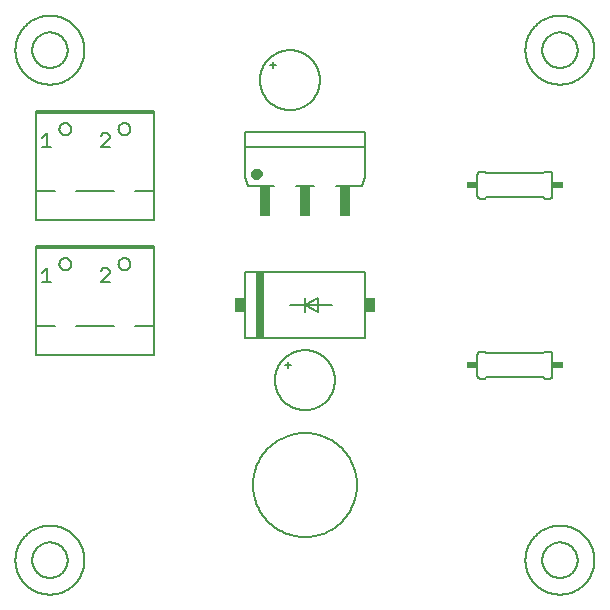
<source format=gto>
G75*
%MOIN*%
%OFA0B0*%
%FSLAX25Y25*%
%IPPOS*%
%LPD*%
%AMOC8*
5,1,8,0,0,1.08239X$1,22.5*
%
%ADD10C,0.00600*%
%ADD11R,0.03000X0.22000*%
%ADD12R,0.03500X0.05000*%
%ADD13C,0.00500*%
%ADD14C,0.03200*%
%ADD15R,0.03500X0.10250*%
%ADD16R,0.03500X0.10250*%
%ADD17C,0.00800*%
%ADD18R,0.03400X0.02400*%
D10*
X0004500Y0016000D02*
X0004503Y0016282D01*
X0004514Y0016564D01*
X0004531Y0016846D01*
X0004555Y0017127D01*
X0004586Y0017408D01*
X0004624Y0017687D01*
X0004669Y0017966D01*
X0004721Y0018244D01*
X0004779Y0018520D01*
X0004845Y0018794D01*
X0004917Y0019067D01*
X0004995Y0019338D01*
X0005080Y0019607D01*
X0005172Y0019874D01*
X0005271Y0020139D01*
X0005375Y0020401D01*
X0005487Y0020660D01*
X0005604Y0020917D01*
X0005728Y0021171D01*
X0005858Y0021421D01*
X0005994Y0021668D01*
X0006136Y0021912D01*
X0006284Y0022152D01*
X0006438Y0022389D01*
X0006598Y0022622D01*
X0006763Y0022851D01*
X0006934Y0023075D01*
X0007110Y0023296D01*
X0007292Y0023511D01*
X0007479Y0023723D01*
X0007671Y0023930D01*
X0007868Y0024132D01*
X0008070Y0024329D01*
X0008277Y0024521D01*
X0008489Y0024708D01*
X0008704Y0024890D01*
X0008925Y0025066D01*
X0009149Y0025237D01*
X0009378Y0025402D01*
X0009611Y0025562D01*
X0009848Y0025716D01*
X0010088Y0025864D01*
X0010332Y0026006D01*
X0010579Y0026142D01*
X0010829Y0026272D01*
X0011083Y0026396D01*
X0011340Y0026513D01*
X0011599Y0026625D01*
X0011861Y0026729D01*
X0012126Y0026828D01*
X0012393Y0026920D01*
X0012662Y0027005D01*
X0012933Y0027083D01*
X0013206Y0027155D01*
X0013480Y0027221D01*
X0013756Y0027279D01*
X0014034Y0027331D01*
X0014313Y0027376D01*
X0014592Y0027414D01*
X0014873Y0027445D01*
X0015154Y0027469D01*
X0015436Y0027486D01*
X0015718Y0027497D01*
X0016000Y0027500D01*
X0016282Y0027497D01*
X0016564Y0027486D01*
X0016846Y0027469D01*
X0017127Y0027445D01*
X0017408Y0027414D01*
X0017687Y0027376D01*
X0017966Y0027331D01*
X0018244Y0027279D01*
X0018520Y0027221D01*
X0018794Y0027155D01*
X0019067Y0027083D01*
X0019338Y0027005D01*
X0019607Y0026920D01*
X0019874Y0026828D01*
X0020139Y0026729D01*
X0020401Y0026625D01*
X0020660Y0026513D01*
X0020917Y0026396D01*
X0021171Y0026272D01*
X0021421Y0026142D01*
X0021668Y0026006D01*
X0021912Y0025864D01*
X0022152Y0025716D01*
X0022389Y0025562D01*
X0022622Y0025402D01*
X0022851Y0025237D01*
X0023075Y0025066D01*
X0023296Y0024890D01*
X0023511Y0024708D01*
X0023723Y0024521D01*
X0023930Y0024329D01*
X0024132Y0024132D01*
X0024329Y0023930D01*
X0024521Y0023723D01*
X0024708Y0023511D01*
X0024890Y0023296D01*
X0025066Y0023075D01*
X0025237Y0022851D01*
X0025402Y0022622D01*
X0025562Y0022389D01*
X0025716Y0022152D01*
X0025864Y0021912D01*
X0026006Y0021668D01*
X0026142Y0021421D01*
X0026272Y0021171D01*
X0026396Y0020917D01*
X0026513Y0020660D01*
X0026625Y0020401D01*
X0026729Y0020139D01*
X0026828Y0019874D01*
X0026920Y0019607D01*
X0027005Y0019338D01*
X0027083Y0019067D01*
X0027155Y0018794D01*
X0027221Y0018520D01*
X0027279Y0018244D01*
X0027331Y0017966D01*
X0027376Y0017687D01*
X0027414Y0017408D01*
X0027445Y0017127D01*
X0027469Y0016846D01*
X0027486Y0016564D01*
X0027497Y0016282D01*
X0027500Y0016000D01*
X0027497Y0015718D01*
X0027486Y0015436D01*
X0027469Y0015154D01*
X0027445Y0014873D01*
X0027414Y0014592D01*
X0027376Y0014313D01*
X0027331Y0014034D01*
X0027279Y0013756D01*
X0027221Y0013480D01*
X0027155Y0013206D01*
X0027083Y0012933D01*
X0027005Y0012662D01*
X0026920Y0012393D01*
X0026828Y0012126D01*
X0026729Y0011861D01*
X0026625Y0011599D01*
X0026513Y0011340D01*
X0026396Y0011083D01*
X0026272Y0010829D01*
X0026142Y0010579D01*
X0026006Y0010332D01*
X0025864Y0010088D01*
X0025716Y0009848D01*
X0025562Y0009611D01*
X0025402Y0009378D01*
X0025237Y0009149D01*
X0025066Y0008925D01*
X0024890Y0008704D01*
X0024708Y0008489D01*
X0024521Y0008277D01*
X0024329Y0008070D01*
X0024132Y0007868D01*
X0023930Y0007671D01*
X0023723Y0007479D01*
X0023511Y0007292D01*
X0023296Y0007110D01*
X0023075Y0006934D01*
X0022851Y0006763D01*
X0022622Y0006598D01*
X0022389Y0006438D01*
X0022152Y0006284D01*
X0021912Y0006136D01*
X0021668Y0005994D01*
X0021421Y0005858D01*
X0021171Y0005728D01*
X0020917Y0005604D01*
X0020660Y0005487D01*
X0020401Y0005375D01*
X0020139Y0005271D01*
X0019874Y0005172D01*
X0019607Y0005080D01*
X0019338Y0004995D01*
X0019067Y0004917D01*
X0018794Y0004845D01*
X0018520Y0004779D01*
X0018244Y0004721D01*
X0017966Y0004669D01*
X0017687Y0004624D01*
X0017408Y0004586D01*
X0017127Y0004555D01*
X0016846Y0004531D01*
X0016564Y0004514D01*
X0016282Y0004503D01*
X0016000Y0004500D01*
X0015718Y0004503D01*
X0015436Y0004514D01*
X0015154Y0004531D01*
X0014873Y0004555D01*
X0014592Y0004586D01*
X0014313Y0004624D01*
X0014034Y0004669D01*
X0013756Y0004721D01*
X0013480Y0004779D01*
X0013206Y0004845D01*
X0012933Y0004917D01*
X0012662Y0004995D01*
X0012393Y0005080D01*
X0012126Y0005172D01*
X0011861Y0005271D01*
X0011599Y0005375D01*
X0011340Y0005487D01*
X0011083Y0005604D01*
X0010829Y0005728D01*
X0010579Y0005858D01*
X0010332Y0005994D01*
X0010088Y0006136D01*
X0009848Y0006284D01*
X0009611Y0006438D01*
X0009378Y0006598D01*
X0009149Y0006763D01*
X0008925Y0006934D01*
X0008704Y0007110D01*
X0008489Y0007292D01*
X0008277Y0007479D01*
X0008070Y0007671D01*
X0007868Y0007868D01*
X0007671Y0008070D01*
X0007479Y0008277D01*
X0007292Y0008489D01*
X0007110Y0008704D01*
X0006934Y0008925D01*
X0006763Y0009149D01*
X0006598Y0009378D01*
X0006438Y0009611D01*
X0006284Y0009848D01*
X0006136Y0010088D01*
X0005994Y0010332D01*
X0005858Y0010579D01*
X0005728Y0010829D01*
X0005604Y0011083D01*
X0005487Y0011340D01*
X0005375Y0011599D01*
X0005271Y0011861D01*
X0005172Y0012126D01*
X0005080Y0012393D01*
X0004995Y0012662D01*
X0004917Y0012933D01*
X0004845Y0013206D01*
X0004779Y0013480D01*
X0004721Y0013756D01*
X0004669Y0014034D01*
X0004624Y0014313D01*
X0004586Y0014592D01*
X0004555Y0014873D01*
X0004531Y0015154D01*
X0004514Y0015436D01*
X0004503Y0015718D01*
X0004500Y0016000D01*
X0011358Y0084500D02*
X0011358Y0093902D01*
X0011358Y0119902D01*
X0011358Y0120701D01*
X0050657Y0120701D01*
X0050657Y0119902D01*
X0050657Y0093902D01*
X0050657Y0084500D01*
X0011358Y0084500D01*
X0011358Y0093902D02*
X0017657Y0093902D01*
X0024657Y0093902D02*
X0037358Y0093902D01*
X0044358Y0093902D02*
X0050657Y0093902D01*
X0038857Y0114700D02*
X0038859Y0114789D01*
X0038865Y0114878D01*
X0038875Y0114967D01*
X0038889Y0115055D01*
X0038906Y0115142D01*
X0038928Y0115228D01*
X0038954Y0115314D01*
X0038983Y0115398D01*
X0039016Y0115481D01*
X0039052Y0115562D01*
X0039093Y0115642D01*
X0039136Y0115719D01*
X0039183Y0115795D01*
X0039234Y0115868D01*
X0039287Y0115939D01*
X0039344Y0116008D01*
X0039404Y0116074D01*
X0039467Y0116138D01*
X0039532Y0116198D01*
X0039600Y0116256D01*
X0039671Y0116310D01*
X0039744Y0116361D01*
X0039819Y0116409D01*
X0039896Y0116454D01*
X0039975Y0116495D01*
X0040056Y0116532D01*
X0040138Y0116566D01*
X0040222Y0116597D01*
X0040307Y0116623D01*
X0040393Y0116646D01*
X0040480Y0116664D01*
X0040568Y0116679D01*
X0040657Y0116690D01*
X0040746Y0116697D01*
X0040835Y0116700D01*
X0040924Y0116699D01*
X0041013Y0116694D01*
X0041101Y0116685D01*
X0041190Y0116672D01*
X0041277Y0116655D01*
X0041364Y0116635D01*
X0041450Y0116610D01*
X0041534Y0116582D01*
X0041617Y0116550D01*
X0041699Y0116514D01*
X0041779Y0116475D01*
X0041857Y0116432D01*
X0041933Y0116386D01*
X0042007Y0116336D01*
X0042079Y0116283D01*
X0042148Y0116227D01*
X0042215Y0116168D01*
X0042279Y0116106D01*
X0042340Y0116042D01*
X0042399Y0115974D01*
X0042454Y0115904D01*
X0042506Y0115832D01*
X0042555Y0115757D01*
X0042600Y0115681D01*
X0042642Y0115602D01*
X0042680Y0115522D01*
X0042715Y0115440D01*
X0042746Y0115356D01*
X0042774Y0115271D01*
X0042797Y0115185D01*
X0042817Y0115098D01*
X0042833Y0115011D01*
X0042845Y0114922D01*
X0042853Y0114834D01*
X0042857Y0114745D01*
X0042857Y0114655D01*
X0042853Y0114566D01*
X0042845Y0114478D01*
X0042833Y0114389D01*
X0042817Y0114302D01*
X0042797Y0114215D01*
X0042774Y0114129D01*
X0042746Y0114044D01*
X0042715Y0113960D01*
X0042680Y0113878D01*
X0042642Y0113798D01*
X0042600Y0113719D01*
X0042555Y0113643D01*
X0042506Y0113568D01*
X0042454Y0113496D01*
X0042399Y0113426D01*
X0042340Y0113358D01*
X0042279Y0113294D01*
X0042215Y0113232D01*
X0042148Y0113173D01*
X0042079Y0113117D01*
X0042007Y0113064D01*
X0041933Y0113014D01*
X0041857Y0112968D01*
X0041779Y0112925D01*
X0041699Y0112886D01*
X0041617Y0112850D01*
X0041534Y0112818D01*
X0041450Y0112790D01*
X0041364Y0112765D01*
X0041277Y0112745D01*
X0041190Y0112728D01*
X0041101Y0112715D01*
X0041013Y0112706D01*
X0040924Y0112701D01*
X0040835Y0112700D01*
X0040746Y0112703D01*
X0040657Y0112710D01*
X0040568Y0112721D01*
X0040480Y0112736D01*
X0040393Y0112754D01*
X0040307Y0112777D01*
X0040222Y0112803D01*
X0040138Y0112834D01*
X0040056Y0112868D01*
X0039975Y0112905D01*
X0039896Y0112946D01*
X0039819Y0112991D01*
X0039744Y0113039D01*
X0039671Y0113090D01*
X0039600Y0113144D01*
X0039532Y0113202D01*
X0039467Y0113262D01*
X0039404Y0113326D01*
X0039344Y0113392D01*
X0039287Y0113461D01*
X0039234Y0113532D01*
X0039183Y0113605D01*
X0039136Y0113681D01*
X0039093Y0113758D01*
X0039052Y0113838D01*
X0039016Y0113919D01*
X0038983Y0114002D01*
X0038954Y0114086D01*
X0038928Y0114172D01*
X0038906Y0114258D01*
X0038889Y0114345D01*
X0038875Y0114433D01*
X0038865Y0114522D01*
X0038859Y0114611D01*
X0038857Y0114700D01*
X0050657Y0119902D02*
X0011358Y0119902D01*
X0011358Y0129500D02*
X0011358Y0138902D01*
X0011358Y0164902D01*
X0011358Y0165701D01*
X0050657Y0165701D01*
X0050657Y0164902D01*
X0050657Y0138902D01*
X0050657Y0129500D01*
X0011358Y0129500D01*
X0011358Y0138902D02*
X0017657Y0138902D01*
X0024657Y0138902D02*
X0037358Y0138902D01*
X0044358Y0138902D02*
X0050657Y0138902D01*
X0038857Y0159700D02*
X0038859Y0159789D01*
X0038865Y0159878D01*
X0038875Y0159967D01*
X0038889Y0160055D01*
X0038906Y0160142D01*
X0038928Y0160228D01*
X0038954Y0160314D01*
X0038983Y0160398D01*
X0039016Y0160481D01*
X0039052Y0160562D01*
X0039093Y0160642D01*
X0039136Y0160719D01*
X0039183Y0160795D01*
X0039234Y0160868D01*
X0039287Y0160939D01*
X0039344Y0161008D01*
X0039404Y0161074D01*
X0039467Y0161138D01*
X0039532Y0161198D01*
X0039600Y0161256D01*
X0039671Y0161310D01*
X0039744Y0161361D01*
X0039819Y0161409D01*
X0039896Y0161454D01*
X0039975Y0161495D01*
X0040056Y0161532D01*
X0040138Y0161566D01*
X0040222Y0161597D01*
X0040307Y0161623D01*
X0040393Y0161646D01*
X0040480Y0161664D01*
X0040568Y0161679D01*
X0040657Y0161690D01*
X0040746Y0161697D01*
X0040835Y0161700D01*
X0040924Y0161699D01*
X0041013Y0161694D01*
X0041101Y0161685D01*
X0041190Y0161672D01*
X0041277Y0161655D01*
X0041364Y0161635D01*
X0041450Y0161610D01*
X0041534Y0161582D01*
X0041617Y0161550D01*
X0041699Y0161514D01*
X0041779Y0161475D01*
X0041857Y0161432D01*
X0041933Y0161386D01*
X0042007Y0161336D01*
X0042079Y0161283D01*
X0042148Y0161227D01*
X0042215Y0161168D01*
X0042279Y0161106D01*
X0042340Y0161042D01*
X0042399Y0160974D01*
X0042454Y0160904D01*
X0042506Y0160832D01*
X0042555Y0160757D01*
X0042600Y0160681D01*
X0042642Y0160602D01*
X0042680Y0160522D01*
X0042715Y0160440D01*
X0042746Y0160356D01*
X0042774Y0160271D01*
X0042797Y0160185D01*
X0042817Y0160098D01*
X0042833Y0160011D01*
X0042845Y0159922D01*
X0042853Y0159834D01*
X0042857Y0159745D01*
X0042857Y0159655D01*
X0042853Y0159566D01*
X0042845Y0159478D01*
X0042833Y0159389D01*
X0042817Y0159302D01*
X0042797Y0159215D01*
X0042774Y0159129D01*
X0042746Y0159044D01*
X0042715Y0158960D01*
X0042680Y0158878D01*
X0042642Y0158798D01*
X0042600Y0158719D01*
X0042555Y0158643D01*
X0042506Y0158568D01*
X0042454Y0158496D01*
X0042399Y0158426D01*
X0042340Y0158358D01*
X0042279Y0158294D01*
X0042215Y0158232D01*
X0042148Y0158173D01*
X0042079Y0158117D01*
X0042007Y0158064D01*
X0041933Y0158014D01*
X0041857Y0157968D01*
X0041779Y0157925D01*
X0041699Y0157886D01*
X0041617Y0157850D01*
X0041534Y0157818D01*
X0041450Y0157790D01*
X0041364Y0157765D01*
X0041277Y0157745D01*
X0041190Y0157728D01*
X0041101Y0157715D01*
X0041013Y0157706D01*
X0040924Y0157701D01*
X0040835Y0157700D01*
X0040746Y0157703D01*
X0040657Y0157710D01*
X0040568Y0157721D01*
X0040480Y0157736D01*
X0040393Y0157754D01*
X0040307Y0157777D01*
X0040222Y0157803D01*
X0040138Y0157834D01*
X0040056Y0157868D01*
X0039975Y0157905D01*
X0039896Y0157946D01*
X0039819Y0157991D01*
X0039744Y0158039D01*
X0039671Y0158090D01*
X0039600Y0158144D01*
X0039532Y0158202D01*
X0039467Y0158262D01*
X0039404Y0158326D01*
X0039344Y0158392D01*
X0039287Y0158461D01*
X0039234Y0158532D01*
X0039183Y0158605D01*
X0039136Y0158681D01*
X0039093Y0158758D01*
X0039052Y0158838D01*
X0039016Y0158919D01*
X0038983Y0159002D01*
X0038954Y0159086D01*
X0038928Y0159172D01*
X0038906Y0159258D01*
X0038889Y0159345D01*
X0038875Y0159433D01*
X0038865Y0159522D01*
X0038859Y0159611D01*
X0038857Y0159700D01*
X0050657Y0164902D02*
X0011358Y0164902D01*
X0019157Y0159700D02*
X0019159Y0159789D01*
X0019165Y0159878D01*
X0019175Y0159967D01*
X0019189Y0160055D01*
X0019206Y0160142D01*
X0019228Y0160228D01*
X0019254Y0160314D01*
X0019283Y0160398D01*
X0019316Y0160481D01*
X0019352Y0160562D01*
X0019393Y0160642D01*
X0019436Y0160719D01*
X0019483Y0160795D01*
X0019534Y0160868D01*
X0019587Y0160939D01*
X0019644Y0161008D01*
X0019704Y0161074D01*
X0019767Y0161138D01*
X0019832Y0161198D01*
X0019900Y0161256D01*
X0019971Y0161310D01*
X0020044Y0161361D01*
X0020119Y0161409D01*
X0020196Y0161454D01*
X0020275Y0161495D01*
X0020356Y0161532D01*
X0020438Y0161566D01*
X0020522Y0161597D01*
X0020607Y0161623D01*
X0020693Y0161646D01*
X0020780Y0161664D01*
X0020868Y0161679D01*
X0020957Y0161690D01*
X0021046Y0161697D01*
X0021135Y0161700D01*
X0021224Y0161699D01*
X0021313Y0161694D01*
X0021401Y0161685D01*
X0021490Y0161672D01*
X0021577Y0161655D01*
X0021664Y0161635D01*
X0021750Y0161610D01*
X0021834Y0161582D01*
X0021917Y0161550D01*
X0021999Y0161514D01*
X0022079Y0161475D01*
X0022157Y0161432D01*
X0022233Y0161386D01*
X0022307Y0161336D01*
X0022379Y0161283D01*
X0022448Y0161227D01*
X0022515Y0161168D01*
X0022579Y0161106D01*
X0022640Y0161042D01*
X0022699Y0160974D01*
X0022754Y0160904D01*
X0022806Y0160832D01*
X0022855Y0160757D01*
X0022900Y0160681D01*
X0022942Y0160602D01*
X0022980Y0160522D01*
X0023015Y0160440D01*
X0023046Y0160356D01*
X0023074Y0160271D01*
X0023097Y0160185D01*
X0023117Y0160098D01*
X0023133Y0160011D01*
X0023145Y0159922D01*
X0023153Y0159834D01*
X0023157Y0159745D01*
X0023157Y0159655D01*
X0023153Y0159566D01*
X0023145Y0159478D01*
X0023133Y0159389D01*
X0023117Y0159302D01*
X0023097Y0159215D01*
X0023074Y0159129D01*
X0023046Y0159044D01*
X0023015Y0158960D01*
X0022980Y0158878D01*
X0022942Y0158798D01*
X0022900Y0158719D01*
X0022855Y0158643D01*
X0022806Y0158568D01*
X0022754Y0158496D01*
X0022699Y0158426D01*
X0022640Y0158358D01*
X0022579Y0158294D01*
X0022515Y0158232D01*
X0022448Y0158173D01*
X0022379Y0158117D01*
X0022307Y0158064D01*
X0022233Y0158014D01*
X0022157Y0157968D01*
X0022079Y0157925D01*
X0021999Y0157886D01*
X0021917Y0157850D01*
X0021834Y0157818D01*
X0021750Y0157790D01*
X0021664Y0157765D01*
X0021577Y0157745D01*
X0021490Y0157728D01*
X0021401Y0157715D01*
X0021313Y0157706D01*
X0021224Y0157701D01*
X0021135Y0157700D01*
X0021046Y0157703D01*
X0020957Y0157710D01*
X0020868Y0157721D01*
X0020780Y0157736D01*
X0020693Y0157754D01*
X0020607Y0157777D01*
X0020522Y0157803D01*
X0020438Y0157834D01*
X0020356Y0157868D01*
X0020275Y0157905D01*
X0020196Y0157946D01*
X0020119Y0157991D01*
X0020044Y0158039D01*
X0019971Y0158090D01*
X0019900Y0158144D01*
X0019832Y0158202D01*
X0019767Y0158262D01*
X0019704Y0158326D01*
X0019644Y0158392D01*
X0019587Y0158461D01*
X0019534Y0158532D01*
X0019483Y0158605D01*
X0019436Y0158681D01*
X0019393Y0158758D01*
X0019352Y0158838D01*
X0019316Y0158919D01*
X0019283Y0159002D01*
X0019254Y0159086D01*
X0019228Y0159172D01*
X0019206Y0159258D01*
X0019189Y0159345D01*
X0019175Y0159433D01*
X0019165Y0159522D01*
X0019159Y0159611D01*
X0019157Y0159700D01*
X0004500Y0186000D02*
X0004503Y0186282D01*
X0004514Y0186564D01*
X0004531Y0186846D01*
X0004555Y0187127D01*
X0004586Y0187408D01*
X0004624Y0187687D01*
X0004669Y0187966D01*
X0004721Y0188244D01*
X0004779Y0188520D01*
X0004845Y0188794D01*
X0004917Y0189067D01*
X0004995Y0189338D01*
X0005080Y0189607D01*
X0005172Y0189874D01*
X0005271Y0190139D01*
X0005375Y0190401D01*
X0005487Y0190660D01*
X0005604Y0190917D01*
X0005728Y0191171D01*
X0005858Y0191421D01*
X0005994Y0191668D01*
X0006136Y0191912D01*
X0006284Y0192152D01*
X0006438Y0192389D01*
X0006598Y0192622D01*
X0006763Y0192851D01*
X0006934Y0193075D01*
X0007110Y0193296D01*
X0007292Y0193511D01*
X0007479Y0193723D01*
X0007671Y0193930D01*
X0007868Y0194132D01*
X0008070Y0194329D01*
X0008277Y0194521D01*
X0008489Y0194708D01*
X0008704Y0194890D01*
X0008925Y0195066D01*
X0009149Y0195237D01*
X0009378Y0195402D01*
X0009611Y0195562D01*
X0009848Y0195716D01*
X0010088Y0195864D01*
X0010332Y0196006D01*
X0010579Y0196142D01*
X0010829Y0196272D01*
X0011083Y0196396D01*
X0011340Y0196513D01*
X0011599Y0196625D01*
X0011861Y0196729D01*
X0012126Y0196828D01*
X0012393Y0196920D01*
X0012662Y0197005D01*
X0012933Y0197083D01*
X0013206Y0197155D01*
X0013480Y0197221D01*
X0013756Y0197279D01*
X0014034Y0197331D01*
X0014313Y0197376D01*
X0014592Y0197414D01*
X0014873Y0197445D01*
X0015154Y0197469D01*
X0015436Y0197486D01*
X0015718Y0197497D01*
X0016000Y0197500D01*
X0016282Y0197497D01*
X0016564Y0197486D01*
X0016846Y0197469D01*
X0017127Y0197445D01*
X0017408Y0197414D01*
X0017687Y0197376D01*
X0017966Y0197331D01*
X0018244Y0197279D01*
X0018520Y0197221D01*
X0018794Y0197155D01*
X0019067Y0197083D01*
X0019338Y0197005D01*
X0019607Y0196920D01*
X0019874Y0196828D01*
X0020139Y0196729D01*
X0020401Y0196625D01*
X0020660Y0196513D01*
X0020917Y0196396D01*
X0021171Y0196272D01*
X0021421Y0196142D01*
X0021668Y0196006D01*
X0021912Y0195864D01*
X0022152Y0195716D01*
X0022389Y0195562D01*
X0022622Y0195402D01*
X0022851Y0195237D01*
X0023075Y0195066D01*
X0023296Y0194890D01*
X0023511Y0194708D01*
X0023723Y0194521D01*
X0023930Y0194329D01*
X0024132Y0194132D01*
X0024329Y0193930D01*
X0024521Y0193723D01*
X0024708Y0193511D01*
X0024890Y0193296D01*
X0025066Y0193075D01*
X0025237Y0192851D01*
X0025402Y0192622D01*
X0025562Y0192389D01*
X0025716Y0192152D01*
X0025864Y0191912D01*
X0026006Y0191668D01*
X0026142Y0191421D01*
X0026272Y0191171D01*
X0026396Y0190917D01*
X0026513Y0190660D01*
X0026625Y0190401D01*
X0026729Y0190139D01*
X0026828Y0189874D01*
X0026920Y0189607D01*
X0027005Y0189338D01*
X0027083Y0189067D01*
X0027155Y0188794D01*
X0027221Y0188520D01*
X0027279Y0188244D01*
X0027331Y0187966D01*
X0027376Y0187687D01*
X0027414Y0187408D01*
X0027445Y0187127D01*
X0027469Y0186846D01*
X0027486Y0186564D01*
X0027497Y0186282D01*
X0027500Y0186000D01*
X0027497Y0185718D01*
X0027486Y0185436D01*
X0027469Y0185154D01*
X0027445Y0184873D01*
X0027414Y0184592D01*
X0027376Y0184313D01*
X0027331Y0184034D01*
X0027279Y0183756D01*
X0027221Y0183480D01*
X0027155Y0183206D01*
X0027083Y0182933D01*
X0027005Y0182662D01*
X0026920Y0182393D01*
X0026828Y0182126D01*
X0026729Y0181861D01*
X0026625Y0181599D01*
X0026513Y0181340D01*
X0026396Y0181083D01*
X0026272Y0180829D01*
X0026142Y0180579D01*
X0026006Y0180332D01*
X0025864Y0180088D01*
X0025716Y0179848D01*
X0025562Y0179611D01*
X0025402Y0179378D01*
X0025237Y0179149D01*
X0025066Y0178925D01*
X0024890Y0178704D01*
X0024708Y0178489D01*
X0024521Y0178277D01*
X0024329Y0178070D01*
X0024132Y0177868D01*
X0023930Y0177671D01*
X0023723Y0177479D01*
X0023511Y0177292D01*
X0023296Y0177110D01*
X0023075Y0176934D01*
X0022851Y0176763D01*
X0022622Y0176598D01*
X0022389Y0176438D01*
X0022152Y0176284D01*
X0021912Y0176136D01*
X0021668Y0175994D01*
X0021421Y0175858D01*
X0021171Y0175728D01*
X0020917Y0175604D01*
X0020660Y0175487D01*
X0020401Y0175375D01*
X0020139Y0175271D01*
X0019874Y0175172D01*
X0019607Y0175080D01*
X0019338Y0174995D01*
X0019067Y0174917D01*
X0018794Y0174845D01*
X0018520Y0174779D01*
X0018244Y0174721D01*
X0017966Y0174669D01*
X0017687Y0174624D01*
X0017408Y0174586D01*
X0017127Y0174555D01*
X0016846Y0174531D01*
X0016564Y0174514D01*
X0016282Y0174503D01*
X0016000Y0174500D01*
X0015718Y0174503D01*
X0015436Y0174514D01*
X0015154Y0174531D01*
X0014873Y0174555D01*
X0014592Y0174586D01*
X0014313Y0174624D01*
X0014034Y0174669D01*
X0013756Y0174721D01*
X0013480Y0174779D01*
X0013206Y0174845D01*
X0012933Y0174917D01*
X0012662Y0174995D01*
X0012393Y0175080D01*
X0012126Y0175172D01*
X0011861Y0175271D01*
X0011599Y0175375D01*
X0011340Y0175487D01*
X0011083Y0175604D01*
X0010829Y0175728D01*
X0010579Y0175858D01*
X0010332Y0175994D01*
X0010088Y0176136D01*
X0009848Y0176284D01*
X0009611Y0176438D01*
X0009378Y0176598D01*
X0009149Y0176763D01*
X0008925Y0176934D01*
X0008704Y0177110D01*
X0008489Y0177292D01*
X0008277Y0177479D01*
X0008070Y0177671D01*
X0007868Y0177868D01*
X0007671Y0178070D01*
X0007479Y0178277D01*
X0007292Y0178489D01*
X0007110Y0178704D01*
X0006934Y0178925D01*
X0006763Y0179149D01*
X0006598Y0179378D01*
X0006438Y0179611D01*
X0006284Y0179848D01*
X0006136Y0180088D01*
X0005994Y0180332D01*
X0005858Y0180579D01*
X0005728Y0180829D01*
X0005604Y0181083D01*
X0005487Y0181340D01*
X0005375Y0181599D01*
X0005271Y0181861D01*
X0005172Y0182126D01*
X0005080Y0182393D01*
X0004995Y0182662D01*
X0004917Y0182933D01*
X0004845Y0183206D01*
X0004779Y0183480D01*
X0004721Y0183756D01*
X0004669Y0184034D01*
X0004624Y0184313D01*
X0004586Y0184592D01*
X0004555Y0184873D01*
X0004531Y0185154D01*
X0004514Y0185436D01*
X0004503Y0185718D01*
X0004500Y0186000D01*
X0019157Y0114700D02*
X0019159Y0114789D01*
X0019165Y0114878D01*
X0019175Y0114967D01*
X0019189Y0115055D01*
X0019206Y0115142D01*
X0019228Y0115228D01*
X0019254Y0115314D01*
X0019283Y0115398D01*
X0019316Y0115481D01*
X0019352Y0115562D01*
X0019393Y0115642D01*
X0019436Y0115719D01*
X0019483Y0115795D01*
X0019534Y0115868D01*
X0019587Y0115939D01*
X0019644Y0116008D01*
X0019704Y0116074D01*
X0019767Y0116138D01*
X0019832Y0116198D01*
X0019900Y0116256D01*
X0019971Y0116310D01*
X0020044Y0116361D01*
X0020119Y0116409D01*
X0020196Y0116454D01*
X0020275Y0116495D01*
X0020356Y0116532D01*
X0020438Y0116566D01*
X0020522Y0116597D01*
X0020607Y0116623D01*
X0020693Y0116646D01*
X0020780Y0116664D01*
X0020868Y0116679D01*
X0020957Y0116690D01*
X0021046Y0116697D01*
X0021135Y0116700D01*
X0021224Y0116699D01*
X0021313Y0116694D01*
X0021401Y0116685D01*
X0021490Y0116672D01*
X0021577Y0116655D01*
X0021664Y0116635D01*
X0021750Y0116610D01*
X0021834Y0116582D01*
X0021917Y0116550D01*
X0021999Y0116514D01*
X0022079Y0116475D01*
X0022157Y0116432D01*
X0022233Y0116386D01*
X0022307Y0116336D01*
X0022379Y0116283D01*
X0022448Y0116227D01*
X0022515Y0116168D01*
X0022579Y0116106D01*
X0022640Y0116042D01*
X0022699Y0115974D01*
X0022754Y0115904D01*
X0022806Y0115832D01*
X0022855Y0115757D01*
X0022900Y0115681D01*
X0022942Y0115602D01*
X0022980Y0115522D01*
X0023015Y0115440D01*
X0023046Y0115356D01*
X0023074Y0115271D01*
X0023097Y0115185D01*
X0023117Y0115098D01*
X0023133Y0115011D01*
X0023145Y0114922D01*
X0023153Y0114834D01*
X0023157Y0114745D01*
X0023157Y0114655D01*
X0023153Y0114566D01*
X0023145Y0114478D01*
X0023133Y0114389D01*
X0023117Y0114302D01*
X0023097Y0114215D01*
X0023074Y0114129D01*
X0023046Y0114044D01*
X0023015Y0113960D01*
X0022980Y0113878D01*
X0022942Y0113798D01*
X0022900Y0113719D01*
X0022855Y0113643D01*
X0022806Y0113568D01*
X0022754Y0113496D01*
X0022699Y0113426D01*
X0022640Y0113358D01*
X0022579Y0113294D01*
X0022515Y0113232D01*
X0022448Y0113173D01*
X0022379Y0113117D01*
X0022307Y0113064D01*
X0022233Y0113014D01*
X0022157Y0112968D01*
X0022079Y0112925D01*
X0021999Y0112886D01*
X0021917Y0112850D01*
X0021834Y0112818D01*
X0021750Y0112790D01*
X0021664Y0112765D01*
X0021577Y0112745D01*
X0021490Y0112728D01*
X0021401Y0112715D01*
X0021313Y0112706D01*
X0021224Y0112701D01*
X0021135Y0112700D01*
X0021046Y0112703D01*
X0020957Y0112710D01*
X0020868Y0112721D01*
X0020780Y0112736D01*
X0020693Y0112754D01*
X0020607Y0112777D01*
X0020522Y0112803D01*
X0020438Y0112834D01*
X0020356Y0112868D01*
X0020275Y0112905D01*
X0020196Y0112946D01*
X0020119Y0112991D01*
X0020044Y0113039D01*
X0019971Y0113090D01*
X0019900Y0113144D01*
X0019832Y0113202D01*
X0019767Y0113262D01*
X0019704Y0113326D01*
X0019644Y0113392D01*
X0019587Y0113461D01*
X0019534Y0113532D01*
X0019483Y0113605D01*
X0019436Y0113681D01*
X0019393Y0113758D01*
X0019352Y0113838D01*
X0019316Y0113919D01*
X0019283Y0114002D01*
X0019254Y0114086D01*
X0019228Y0114172D01*
X0019206Y0114258D01*
X0019189Y0114345D01*
X0019175Y0114433D01*
X0019165Y0114522D01*
X0019159Y0114611D01*
X0019157Y0114700D01*
X0081000Y0112000D02*
X0081000Y0090000D01*
X0121000Y0090000D01*
X0121000Y0112000D01*
X0081000Y0112000D01*
X0096000Y0101000D02*
X0101000Y0101000D01*
X0101000Y0098700D01*
X0101000Y0101000D02*
X0110000Y0101000D01*
X0105500Y0098700D02*
X0101000Y0101000D01*
X0105500Y0103300D01*
X0105500Y0098700D01*
X0101000Y0101000D02*
X0101000Y0103300D01*
X0095500Y0082000D02*
X0095500Y0081000D01*
X0096500Y0081000D01*
X0095500Y0081000D02*
X0095500Y0080000D01*
X0095500Y0081000D02*
X0094500Y0081000D01*
X0091000Y0076000D02*
X0091003Y0076245D01*
X0091012Y0076491D01*
X0091027Y0076736D01*
X0091048Y0076980D01*
X0091075Y0077224D01*
X0091108Y0077467D01*
X0091147Y0077710D01*
X0091192Y0077951D01*
X0091243Y0078191D01*
X0091300Y0078430D01*
X0091362Y0078667D01*
X0091431Y0078903D01*
X0091505Y0079137D01*
X0091585Y0079369D01*
X0091670Y0079599D01*
X0091761Y0079827D01*
X0091858Y0080052D01*
X0091960Y0080276D01*
X0092068Y0080496D01*
X0092181Y0080714D01*
X0092299Y0080929D01*
X0092423Y0081141D01*
X0092551Y0081350D01*
X0092685Y0081556D01*
X0092824Y0081758D01*
X0092968Y0081957D01*
X0093117Y0082152D01*
X0093270Y0082344D01*
X0093428Y0082532D01*
X0093590Y0082716D01*
X0093758Y0082895D01*
X0093929Y0083071D01*
X0094105Y0083242D01*
X0094284Y0083410D01*
X0094468Y0083572D01*
X0094656Y0083730D01*
X0094848Y0083883D01*
X0095043Y0084032D01*
X0095242Y0084176D01*
X0095444Y0084315D01*
X0095650Y0084449D01*
X0095859Y0084577D01*
X0096071Y0084701D01*
X0096286Y0084819D01*
X0096504Y0084932D01*
X0096724Y0085040D01*
X0096948Y0085142D01*
X0097173Y0085239D01*
X0097401Y0085330D01*
X0097631Y0085415D01*
X0097863Y0085495D01*
X0098097Y0085569D01*
X0098333Y0085638D01*
X0098570Y0085700D01*
X0098809Y0085757D01*
X0099049Y0085808D01*
X0099290Y0085853D01*
X0099533Y0085892D01*
X0099776Y0085925D01*
X0100020Y0085952D01*
X0100264Y0085973D01*
X0100509Y0085988D01*
X0100755Y0085997D01*
X0101000Y0086000D01*
X0101245Y0085997D01*
X0101491Y0085988D01*
X0101736Y0085973D01*
X0101980Y0085952D01*
X0102224Y0085925D01*
X0102467Y0085892D01*
X0102710Y0085853D01*
X0102951Y0085808D01*
X0103191Y0085757D01*
X0103430Y0085700D01*
X0103667Y0085638D01*
X0103903Y0085569D01*
X0104137Y0085495D01*
X0104369Y0085415D01*
X0104599Y0085330D01*
X0104827Y0085239D01*
X0105052Y0085142D01*
X0105276Y0085040D01*
X0105496Y0084932D01*
X0105714Y0084819D01*
X0105929Y0084701D01*
X0106141Y0084577D01*
X0106350Y0084449D01*
X0106556Y0084315D01*
X0106758Y0084176D01*
X0106957Y0084032D01*
X0107152Y0083883D01*
X0107344Y0083730D01*
X0107532Y0083572D01*
X0107716Y0083410D01*
X0107895Y0083242D01*
X0108071Y0083071D01*
X0108242Y0082895D01*
X0108410Y0082716D01*
X0108572Y0082532D01*
X0108730Y0082344D01*
X0108883Y0082152D01*
X0109032Y0081957D01*
X0109176Y0081758D01*
X0109315Y0081556D01*
X0109449Y0081350D01*
X0109577Y0081141D01*
X0109701Y0080929D01*
X0109819Y0080714D01*
X0109932Y0080496D01*
X0110040Y0080276D01*
X0110142Y0080052D01*
X0110239Y0079827D01*
X0110330Y0079599D01*
X0110415Y0079369D01*
X0110495Y0079137D01*
X0110569Y0078903D01*
X0110638Y0078667D01*
X0110700Y0078430D01*
X0110757Y0078191D01*
X0110808Y0077951D01*
X0110853Y0077710D01*
X0110892Y0077467D01*
X0110925Y0077224D01*
X0110952Y0076980D01*
X0110973Y0076736D01*
X0110988Y0076491D01*
X0110997Y0076245D01*
X0111000Y0076000D01*
X0110997Y0075755D01*
X0110988Y0075509D01*
X0110973Y0075264D01*
X0110952Y0075020D01*
X0110925Y0074776D01*
X0110892Y0074533D01*
X0110853Y0074290D01*
X0110808Y0074049D01*
X0110757Y0073809D01*
X0110700Y0073570D01*
X0110638Y0073333D01*
X0110569Y0073097D01*
X0110495Y0072863D01*
X0110415Y0072631D01*
X0110330Y0072401D01*
X0110239Y0072173D01*
X0110142Y0071948D01*
X0110040Y0071724D01*
X0109932Y0071504D01*
X0109819Y0071286D01*
X0109701Y0071071D01*
X0109577Y0070859D01*
X0109449Y0070650D01*
X0109315Y0070444D01*
X0109176Y0070242D01*
X0109032Y0070043D01*
X0108883Y0069848D01*
X0108730Y0069656D01*
X0108572Y0069468D01*
X0108410Y0069284D01*
X0108242Y0069105D01*
X0108071Y0068929D01*
X0107895Y0068758D01*
X0107716Y0068590D01*
X0107532Y0068428D01*
X0107344Y0068270D01*
X0107152Y0068117D01*
X0106957Y0067968D01*
X0106758Y0067824D01*
X0106556Y0067685D01*
X0106350Y0067551D01*
X0106141Y0067423D01*
X0105929Y0067299D01*
X0105714Y0067181D01*
X0105496Y0067068D01*
X0105276Y0066960D01*
X0105052Y0066858D01*
X0104827Y0066761D01*
X0104599Y0066670D01*
X0104369Y0066585D01*
X0104137Y0066505D01*
X0103903Y0066431D01*
X0103667Y0066362D01*
X0103430Y0066300D01*
X0103191Y0066243D01*
X0102951Y0066192D01*
X0102710Y0066147D01*
X0102467Y0066108D01*
X0102224Y0066075D01*
X0101980Y0066048D01*
X0101736Y0066027D01*
X0101491Y0066012D01*
X0101245Y0066003D01*
X0101000Y0066000D01*
X0100755Y0066003D01*
X0100509Y0066012D01*
X0100264Y0066027D01*
X0100020Y0066048D01*
X0099776Y0066075D01*
X0099533Y0066108D01*
X0099290Y0066147D01*
X0099049Y0066192D01*
X0098809Y0066243D01*
X0098570Y0066300D01*
X0098333Y0066362D01*
X0098097Y0066431D01*
X0097863Y0066505D01*
X0097631Y0066585D01*
X0097401Y0066670D01*
X0097173Y0066761D01*
X0096948Y0066858D01*
X0096724Y0066960D01*
X0096504Y0067068D01*
X0096286Y0067181D01*
X0096071Y0067299D01*
X0095859Y0067423D01*
X0095650Y0067551D01*
X0095444Y0067685D01*
X0095242Y0067824D01*
X0095043Y0067968D01*
X0094848Y0068117D01*
X0094656Y0068270D01*
X0094468Y0068428D01*
X0094284Y0068590D01*
X0094105Y0068758D01*
X0093929Y0068929D01*
X0093758Y0069105D01*
X0093590Y0069284D01*
X0093428Y0069468D01*
X0093270Y0069656D01*
X0093117Y0069848D01*
X0092968Y0070043D01*
X0092824Y0070242D01*
X0092685Y0070444D01*
X0092551Y0070650D01*
X0092423Y0070859D01*
X0092299Y0071071D01*
X0092181Y0071286D01*
X0092068Y0071504D01*
X0091960Y0071724D01*
X0091858Y0071948D01*
X0091761Y0072173D01*
X0091670Y0072401D01*
X0091585Y0072631D01*
X0091505Y0072863D01*
X0091431Y0073097D01*
X0091362Y0073333D01*
X0091300Y0073570D01*
X0091243Y0073809D01*
X0091192Y0074049D01*
X0091147Y0074290D01*
X0091108Y0074533D01*
X0091075Y0074776D01*
X0091048Y0075020D01*
X0091027Y0075264D01*
X0091012Y0075509D01*
X0091003Y0075755D01*
X0091000Y0076000D01*
X0158500Y0077500D02*
X0158500Y0084500D01*
X0158502Y0084560D01*
X0158507Y0084621D01*
X0158516Y0084680D01*
X0158529Y0084739D01*
X0158545Y0084798D01*
X0158565Y0084855D01*
X0158588Y0084910D01*
X0158615Y0084965D01*
X0158644Y0085017D01*
X0158677Y0085068D01*
X0158713Y0085117D01*
X0158751Y0085163D01*
X0158793Y0085207D01*
X0158837Y0085249D01*
X0158883Y0085287D01*
X0158932Y0085323D01*
X0158983Y0085356D01*
X0159035Y0085385D01*
X0159090Y0085412D01*
X0159145Y0085435D01*
X0159202Y0085455D01*
X0159261Y0085471D01*
X0159320Y0085484D01*
X0159379Y0085493D01*
X0159440Y0085498D01*
X0159500Y0085500D01*
X0161000Y0085500D01*
X0161500Y0085000D01*
X0180500Y0085000D01*
X0181000Y0085500D01*
X0182500Y0085500D01*
X0182560Y0085498D01*
X0182621Y0085493D01*
X0182680Y0085484D01*
X0182739Y0085471D01*
X0182798Y0085455D01*
X0182855Y0085435D01*
X0182910Y0085412D01*
X0182965Y0085385D01*
X0183017Y0085356D01*
X0183068Y0085323D01*
X0183117Y0085287D01*
X0183163Y0085249D01*
X0183207Y0085207D01*
X0183249Y0085163D01*
X0183287Y0085117D01*
X0183323Y0085068D01*
X0183356Y0085017D01*
X0183385Y0084965D01*
X0183412Y0084910D01*
X0183435Y0084855D01*
X0183455Y0084798D01*
X0183471Y0084739D01*
X0183484Y0084680D01*
X0183493Y0084621D01*
X0183498Y0084560D01*
X0183500Y0084500D01*
X0183500Y0077500D01*
X0183498Y0077440D01*
X0183493Y0077379D01*
X0183484Y0077320D01*
X0183471Y0077261D01*
X0183455Y0077202D01*
X0183435Y0077145D01*
X0183412Y0077090D01*
X0183385Y0077035D01*
X0183356Y0076983D01*
X0183323Y0076932D01*
X0183287Y0076883D01*
X0183249Y0076837D01*
X0183207Y0076793D01*
X0183163Y0076751D01*
X0183117Y0076713D01*
X0183068Y0076677D01*
X0183017Y0076644D01*
X0182965Y0076615D01*
X0182910Y0076588D01*
X0182855Y0076565D01*
X0182798Y0076545D01*
X0182739Y0076529D01*
X0182680Y0076516D01*
X0182621Y0076507D01*
X0182560Y0076502D01*
X0182500Y0076500D01*
X0181000Y0076500D01*
X0180500Y0077000D01*
X0161500Y0077000D01*
X0161000Y0076500D01*
X0159500Y0076500D01*
X0159440Y0076502D01*
X0159379Y0076507D01*
X0159320Y0076516D01*
X0159261Y0076529D01*
X0159202Y0076545D01*
X0159145Y0076565D01*
X0159090Y0076588D01*
X0159035Y0076615D01*
X0158983Y0076644D01*
X0158932Y0076677D01*
X0158883Y0076713D01*
X0158837Y0076751D01*
X0158793Y0076793D01*
X0158751Y0076837D01*
X0158713Y0076883D01*
X0158677Y0076932D01*
X0158644Y0076983D01*
X0158615Y0077035D01*
X0158588Y0077090D01*
X0158565Y0077145D01*
X0158545Y0077202D01*
X0158529Y0077261D01*
X0158516Y0077320D01*
X0158507Y0077379D01*
X0158502Y0077440D01*
X0158500Y0077500D01*
X0159500Y0136500D02*
X0161000Y0136500D01*
X0161500Y0137000D01*
X0180500Y0137000D01*
X0181000Y0136500D01*
X0182500Y0136500D01*
X0182560Y0136502D01*
X0182621Y0136507D01*
X0182680Y0136516D01*
X0182739Y0136529D01*
X0182798Y0136545D01*
X0182855Y0136565D01*
X0182910Y0136588D01*
X0182965Y0136615D01*
X0183017Y0136644D01*
X0183068Y0136677D01*
X0183117Y0136713D01*
X0183163Y0136751D01*
X0183207Y0136793D01*
X0183249Y0136837D01*
X0183287Y0136883D01*
X0183323Y0136932D01*
X0183356Y0136983D01*
X0183385Y0137035D01*
X0183412Y0137090D01*
X0183435Y0137145D01*
X0183455Y0137202D01*
X0183471Y0137261D01*
X0183484Y0137320D01*
X0183493Y0137379D01*
X0183498Y0137440D01*
X0183500Y0137500D01*
X0183500Y0144500D01*
X0183498Y0144560D01*
X0183493Y0144621D01*
X0183484Y0144680D01*
X0183471Y0144739D01*
X0183455Y0144798D01*
X0183435Y0144855D01*
X0183412Y0144910D01*
X0183385Y0144965D01*
X0183356Y0145017D01*
X0183323Y0145068D01*
X0183287Y0145117D01*
X0183249Y0145163D01*
X0183207Y0145207D01*
X0183163Y0145249D01*
X0183117Y0145287D01*
X0183068Y0145323D01*
X0183017Y0145356D01*
X0182965Y0145385D01*
X0182910Y0145412D01*
X0182855Y0145435D01*
X0182798Y0145455D01*
X0182739Y0145471D01*
X0182680Y0145484D01*
X0182621Y0145493D01*
X0182560Y0145498D01*
X0182500Y0145500D01*
X0181000Y0145500D01*
X0180500Y0145000D01*
X0161500Y0145000D01*
X0161000Y0145500D01*
X0159500Y0145500D01*
X0159440Y0145498D01*
X0159379Y0145493D01*
X0159320Y0145484D01*
X0159261Y0145471D01*
X0159202Y0145455D01*
X0159145Y0145435D01*
X0159090Y0145412D01*
X0159035Y0145385D01*
X0158983Y0145356D01*
X0158932Y0145323D01*
X0158883Y0145287D01*
X0158837Y0145249D01*
X0158793Y0145207D01*
X0158751Y0145163D01*
X0158713Y0145117D01*
X0158677Y0145068D01*
X0158644Y0145017D01*
X0158615Y0144965D01*
X0158588Y0144910D01*
X0158565Y0144855D01*
X0158545Y0144798D01*
X0158529Y0144739D01*
X0158516Y0144680D01*
X0158507Y0144621D01*
X0158502Y0144560D01*
X0158500Y0144500D01*
X0158500Y0137500D01*
X0158502Y0137440D01*
X0158507Y0137379D01*
X0158516Y0137320D01*
X0158529Y0137261D01*
X0158545Y0137202D01*
X0158565Y0137145D01*
X0158588Y0137090D01*
X0158615Y0137035D01*
X0158644Y0136983D01*
X0158677Y0136932D01*
X0158713Y0136883D01*
X0158751Y0136837D01*
X0158793Y0136793D01*
X0158837Y0136751D01*
X0158883Y0136713D01*
X0158932Y0136677D01*
X0158983Y0136644D01*
X0159035Y0136615D01*
X0159090Y0136588D01*
X0159145Y0136565D01*
X0159202Y0136545D01*
X0159261Y0136529D01*
X0159320Y0136516D01*
X0159379Y0136507D01*
X0159440Y0136502D01*
X0159500Y0136500D01*
X0174500Y0186000D02*
X0174503Y0186282D01*
X0174514Y0186564D01*
X0174531Y0186846D01*
X0174555Y0187127D01*
X0174586Y0187408D01*
X0174624Y0187687D01*
X0174669Y0187966D01*
X0174721Y0188244D01*
X0174779Y0188520D01*
X0174845Y0188794D01*
X0174917Y0189067D01*
X0174995Y0189338D01*
X0175080Y0189607D01*
X0175172Y0189874D01*
X0175271Y0190139D01*
X0175375Y0190401D01*
X0175487Y0190660D01*
X0175604Y0190917D01*
X0175728Y0191171D01*
X0175858Y0191421D01*
X0175994Y0191668D01*
X0176136Y0191912D01*
X0176284Y0192152D01*
X0176438Y0192389D01*
X0176598Y0192622D01*
X0176763Y0192851D01*
X0176934Y0193075D01*
X0177110Y0193296D01*
X0177292Y0193511D01*
X0177479Y0193723D01*
X0177671Y0193930D01*
X0177868Y0194132D01*
X0178070Y0194329D01*
X0178277Y0194521D01*
X0178489Y0194708D01*
X0178704Y0194890D01*
X0178925Y0195066D01*
X0179149Y0195237D01*
X0179378Y0195402D01*
X0179611Y0195562D01*
X0179848Y0195716D01*
X0180088Y0195864D01*
X0180332Y0196006D01*
X0180579Y0196142D01*
X0180829Y0196272D01*
X0181083Y0196396D01*
X0181340Y0196513D01*
X0181599Y0196625D01*
X0181861Y0196729D01*
X0182126Y0196828D01*
X0182393Y0196920D01*
X0182662Y0197005D01*
X0182933Y0197083D01*
X0183206Y0197155D01*
X0183480Y0197221D01*
X0183756Y0197279D01*
X0184034Y0197331D01*
X0184313Y0197376D01*
X0184592Y0197414D01*
X0184873Y0197445D01*
X0185154Y0197469D01*
X0185436Y0197486D01*
X0185718Y0197497D01*
X0186000Y0197500D01*
X0186282Y0197497D01*
X0186564Y0197486D01*
X0186846Y0197469D01*
X0187127Y0197445D01*
X0187408Y0197414D01*
X0187687Y0197376D01*
X0187966Y0197331D01*
X0188244Y0197279D01*
X0188520Y0197221D01*
X0188794Y0197155D01*
X0189067Y0197083D01*
X0189338Y0197005D01*
X0189607Y0196920D01*
X0189874Y0196828D01*
X0190139Y0196729D01*
X0190401Y0196625D01*
X0190660Y0196513D01*
X0190917Y0196396D01*
X0191171Y0196272D01*
X0191421Y0196142D01*
X0191668Y0196006D01*
X0191912Y0195864D01*
X0192152Y0195716D01*
X0192389Y0195562D01*
X0192622Y0195402D01*
X0192851Y0195237D01*
X0193075Y0195066D01*
X0193296Y0194890D01*
X0193511Y0194708D01*
X0193723Y0194521D01*
X0193930Y0194329D01*
X0194132Y0194132D01*
X0194329Y0193930D01*
X0194521Y0193723D01*
X0194708Y0193511D01*
X0194890Y0193296D01*
X0195066Y0193075D01*
X0195237Y0192851D01*
X0195402Y0192622D01*
X0195562Y0192389D01*
X0195716Y0192152D01*
X0195864Y0191912D01*
X0196006Y0191668D01*
X0196142Y0191421D01*
X0196272Y0191171D01*
X0196396Y0190917D01*
X0196513Y0190660D01*
X0196625Y0190401D01*
X0196729Y0190139D01*
X0196828Y0189874D01*
X0196920Y0189607D01*
X0197005Y0189338D01*
X0197083Y0189067D01*
X0197155Y0188794D01*
X0197221Y0188520D01*
X0197279Y0188244D01*
X0197331Y0187966D01*
X0197376Y0187687D01*
X0197414Y0187408D01*
X0197445Y0187127D01*
X0197469Y0186846D01*
X0197486Y0186564D01*
X0197497Y0186282D01*
X0197500Y0186000D01*
X0197497Y0185718D01*
X0197486Y0185436D01*
X0197469Y0185154D01*
X0197445Y0184873D01*
X0197414Y0184592D01*
X0197376Y0184313D01*
X0197331Y0184034D01*
X0197279Y0183756D01*
X0197221Y0183480D01*
X0197155Y0183206D01*
X0197083Y0182933D01*
X0197005Y0182662D01*
X0196920Y0182393D01*
X0196828Y0182126D01*
X0196729Y0181861D01*
X0196625Y0181599D01*
X0196513Y0181340D01*
X0196396Y0181083D01*
X0196272Y0180829D01*
X0196142Y0180579D01*
X0196006Y0180332D01*
X0195864Y0180088D01*
X0195716Y0179848D01*
X0195562Y0179611D01*
X0195402Y0179378D01*
X0195237Y0179149D01*
X0195066Y0178925D01*
X0194890Y0178704D01*
X0194708Y0178489D01*
X0194521Y0178277D01*
X0194329Y0178070D01*
X0194132Y0177868D01*
X0193930Y0177671D01*
X0193723Y0177479D01*
X0193511Y0177292D01*
X0193296Y0177110D01*
X0193075Y0176934D01*
X0192851Y0176763D01*
X0192622Y0176598D01*
X0192389Y0176438D01*
X0192152Y0176284D01*
X0191912Y0176136D01*
X0191668Y0175994D01*
X0191421Y0175858D01*
X0191171Y0175728D01*
X0190917Y0175604D01*
X0190660Y0175487D01*
X0190401Y0175375D01*
X0190139Y0175271D01*
X0189874Y0175172D01*
X0189607Y0175080D01*
X0189338Y0174995D01*
X0189067Y0174917D01*
X0188794Y0174845D01*
X0188520Y0174779D01*
X0188244Y0174721D01*
X0187966Y0174669D01*
X0187687Y0174624D01*
X0187408Y0174586D01*
X0187127Y0174555D01*
X0186846Y0174531D01*
X0186564Y0174514D01*
X0186282Y0174503D01*
X0186000Y0174500D01*
X0185718Y0174503D01*
X0185436Y0174514D01*
X0185154Y0174531D01*
X0184873Y0174555D01*
X0184592Y0174586D01*
X0184313Y0174624D01*
X0184034Y0174669D01*
X0183756Y0174721D01*
X0183480Y0174779D01*
X0183206Y0174845D01*
X0182933Y0174917D01*
X0182662Y0174995D01*
X0182393Y0175080D01*
X0182126Y0175172D01*
X0181861Y0175271D01*
X0181599Y0175375D01*
X0181340Y0175487D01*
X0181083Y0175604D01*
X0180829Y0175728D01*
X0180579Y0175858D01*
X0180332Y0175994D01*
X0180088Y0176136D01*
X0179848Y0176284D01*
X0179611Y0176438D01*
X0179378Y0176598D01*
X0179149Y0176763D01*
X0178925Y0176934D01*
X0178704Y0177110D01*
X0178489Y0177292D01*
X0178277Y0177479D01*
X0178070Y0177671D01*
X0177868Y0177868D01*
X0177671Y0178070D01*
X0177479Y0178277D01*
X0177292Y0178489D01*
X0177110Y0178704D01*
X0176934Y0178925D01*
X0176763Y0179149D01*
X0176598Y0179378D01*
X0176438Y0179611D01*
X0176284Y0179848D01*
X0176136Y0180088D01*
X0175994Y0180332D01*
X0175858Y0180579D01*
X0175728Y0180829D01*
X0175604Y0181083D01*
X0175487Y0181340D01*
X0175375Y0181599D01*
X0175271Y0181861D01*
X0175172Y0182126D01*
X0175080Y0182393D01*
X0174995Y0182662D01*
X0174917Y0182933D01*
X0174845Y0183206D01*
X0174779Y0183480D01*
X0174721Y0183756D01*
X0174669Y0184034D01*
X0174624Y0184313D01*
X0174586Y0184592D01*
X0174555Y0184873D01*
X0174531Y0185154D01*
X0174514Y0185436D01*
X0174503Y0185718D01*
X0174500Y0186000D01*
X0086000Y0176000D02*
X0086003Y0176245D01*
X0086012Y0176491D01*
X0086027Y0176736D01*
X0086048Y0176980D01*
X0086075Y0177224D01*
X0086108Y0177467D01*
X0086147Y0177710D01*
X0086192Y0177951D01*
X0086243Y0178191D01*
X0086300Y0178430D01*
X0086362Y0178667D01*
X0086431Y0178903D01*
X0086505Y0179137D01*
X0086585Y0179369D01*
X0086670Y0179599D01*
X0086761Y0179827D01*
X0086858Y0180052D01*
X0086960Y0180276D01*
X0087068Y0180496D01*
X0087181Y0180714D01*
X0087299Y0180929D01*
X0087423Y0181141D01*
X0087551Y0181350D01*
X0087685Y0181556D01*
X0087824Y0181758D01*
X0087968Y0181957D01*
X0088117Y0182152D01*
X0088270Y0182344D01*
X0088428Y0182532D01*
X0088590Y0182716D01*
X0088758Y0182895D01*
X0088929Y0183071D01*
X0089105Y0183242D01*
X0089284Y0183410D01*
X0089468Y0183572D01*
X0089656Y0183730D01*
X0089848Y0183883D01*
X0090043Y0184032D01*
X0090242Y0184176D01*
X0090444Y0184315D01*
X0090650Y0184449D01*
X0090859Y0184577D01*
X0091071Y0184701D01*
X0091286Y0184819D01*
X0091504Y0184932D01*
X0091724Y0185040D01*
X0091948Y0185142D01*
X0092173Y0185239D01*
X0092401Y0185330D01*
X0092631Y0185415D01*
X0092863Y0185495D01*
X0093097Y0185569D01*
X0093333Y0185638D01*
X0093570Y0185700D01*
X0093809Y0185757D01*
X0094049Y0185808D01*
X0094290Y0185853D01*
X0094533Y0185892D01*
X0094776Y0185925D01*
X0095020Y0185952D01*
X0095264Y0185973D01*
X0095509Y0185988D01*
X0095755Y0185997D01*
X0096000Y0186000D01*
X0096245Y0185997D01*
X0096491Y0185988D01*
X0096736Y0185973D01*
X0096980Y0185952D01*
X0097224Y0185925D01*
X0097467Y0185892D01*
X0097710Y0185853D01*
X0097951Y0185808D01*
X0098191Y0185757D01*
X0098430Y0185700D01*
X0098667Y0185638D01*
X0098903Y0185569D01*
X0099137Y0185495D01*
X0099369Y0185415D01*
X0099599Y0185330D01*
X0099827Y0185239D01*
X0100052Y0185142D01*
X0100276Y0185040D01*
X0100496Y0184932D01*
X0100714Y0184819D01*
X0100929Y0184701D01*
X0101141Y0184577D01*
X0101350Y0184449D01*
X0101556Y0184315D01*
X0101758Y0184176D01*
X0101957Y0184032D01*
X0102152Y0183883D01*
X0102344Y0183730D01*
X0102532Y0183572D01*
X0102716Y0183410D01*
X0102895Y0183242D01*
X0103071Y0183071D01*
X0103242Y0182895D01*
X0103410Y0182716D01*
X0103572Y0182532D01*
X0103730Y0182344D01*
X0103883Y0182152D01*
X0104032Y0181957D01*
X0104176Y0181758D01*
X0104315Y0181556D01*
X0104449Y0181350D01*
X0104577Y0181141D01*
X0104701Y0180929D01*
X0104819Y0180714D01*
X0104932Y0180496D01*
X0105040Y0180276D01*
X0105142Y0180052D01*
X0105239Y0179827D01*
X0105330Y0179599D01*
X0105415Y0179369D01*
X0105495Y0179137D01*
X0105569Y0178903D01*
X0105638Y0178667D01*
X0105700Y0178430D01*
X0105757Y0178191D01*
X0105808Y0177951D01*
X0105853Y0177710D01*
X0105892Y0177467D01*
X0105925Y0177224D01*
X0105952Y0176980D01*
X0105973Y0176736D01*
X0105988Y0176491D01*
X0105997Y0176245D01*
X0106000Y0176000D01*
X0105997Y0175755D01*
X0105988Y0175509D01*
X0105973Y0175264D01*
X0105952Y0175020D01*
X0105925Y0174776D01*
X0105892Y0174533D01*
X0105853Y0174290D01*
X0105808Y0174049D01*
X0105757Y0173809D01*
X0105700Y0173570D01*
X0105638Y0173333D01*
X0105569Y0173097D01*
X0105495Y0172863D01*
X0105415Y0172631D01*
X0105330Y0172401D01*
X0105239Y0172173D01*
X0105142Y0171948D01*
X0105040Y0171724D01*
X0104932Y0171504D01*
X0104819Y0171286D01*
X0104701Y0171071D01*
X0104577Y0170859D01*
X0104449Y0170650D01*
X0104315Y0170444D01*
X0104176Y0170242D01*
X0104032Y0170043D01*
X0103883Y0169848D01*
X0103730Y0169656D01*
X0103572Y0169468D01*
X0103410Y0169284D01*
X0103242Y0169105D01*
X0103071Y0168929D01*
X0102895Y0168758D01*
X0102716Y0168590D01*
X0102532Y0168428D01*
X0102344Y0168270D01*
X0102152Y0168117D01*
X0101957Y0167968D01*
X0101758Y0167824D01*
X0101556Y0167685D01*
X0101350Y0167551D01*
X0101141Y0167423D01*
X0100929Y0167299D01*
X0100714Y0167181D01*
X0100496Y0167068D01*
X0100276Y0166960D01*
X0100052Y0166858D01*
X0099827Y0166761D01*
X0099599Y0166670D01*
X0099369Y0166585D01*
X0099137Y0166505D01*
X0098903Y0166431D01*
X0098667Y0166362D01*
X0098430Y0166300D01*
X0098191Y0166243D01*
X0097951Y0166192D01*
X0097710Y0166147D01*
X0097467Y0166108D01*
X0097224Y0166075D01*
X0096980Y0166048D01*
X0096736Y0166027D01*
X0096491Y0166012D01*
X0096245Y0166003D01*
X0096000Y0166000D01*
X0095755Y0166003D01*
X0095509Y0166012D01*
X0095264Y0166027D01*
X0095020Y0166048D01*
X0094776Y0166075D01*
X0094533Y0166108D01*
X0094290Y0166147D01*
X0094049Y0166192D01*
X0093809Y0166243D01*
X0093570Y0166300D01*
X0093333Y0166362D01*
X0093097Y0166431D01*
X0092863Y0166505D01*
X0092631Y0166585D01*
X0092401Y0166670D01*
X0092173Y0166761D01*
X0091948Y0166858D01*
X0091724Y0166960D01*
X0091504Y0167068D01*
X0091286Y0167181D01*
X0091071Y0167299D01*
X0090859Y0167423D01*
X0090650Y0167551D01*
X0090444Y0167685D01*
X0090242Y0167824D01*
X0090043Y0167968D01*
X0089848Y0168117D01*
X0089656Y0168270D01*
X0089468Y0168428D01*
X0089284Y0168590D01*
X0089105Y0168758D01*
X0088929Y0168929D01*
X0088758Y0169105D01*
X0088590Y0169284D01*
X0088428Y0169468D01*
X0088270Y0169656D01*
X0088117Y0169848D01*
X0087968Y0170043D01*
X0087824Y0170242D01*
X0087685Y0170444D01*
X0087551Y0170650D01*
X0087423Y0170859D01*
X0087299Y0171071D01*
X0087181Y0171286D01*
X0087068Y0171504D01*
X0086960Y0171724D01*
X0086858Y0171948D01*
X0086761Y0172173D01*
X0086670Y0172401D01*
X0086585Y0172631D01*
X0086505Y0172863D01*
X0086431Y0173097D01*
X0086362Y0173333D01*
X0086300Y0173570D01*
X0086243Y0173809D01*
X0086192Y0174049D01*
X0086147Y0174290D01*
X0086108Y0174533D01*
X0086075Y0174776D01*
X0086048Y0175020D01*
X0086027Y0175264D01*
X0086012Y0175509D01*
X0086003Y0175755D01*
X0086000Y0176000D01*
X0090500Y0180000D02*
X0090500Y0181000D01*
X0090500Y0182000D01*
X0090500Y0181000D02*
X0091500Y0181000D01*
X0090500Y0181000D02*
X0089500Y0181000D01*
X0174500Y0016000D02*
X0174503Y0016282D01*
X0174514Y0016564D01*
X0174531Y0016846D01*
X0174555Y0017127D01*
X0174586Y0017408D01*
X0174624Y0017687D01*
X0174669Y0017966D01*
X0174721Y0018244D01*
X0174779Y0018520D01*
X0174845Y0018794D01*
X0174917Y0019067D01*
X0174995Y0019338D01*
X0175080Y0019607D01*
X0175172Y0019874D01*
X0175271Y0020139D01*
X0175375Y0020401D01*
X0175487Y0020660D01*
X0175604Y0020917D01*
X0175728Y0021171D01*
X0175858Y0021421D01*
X0175994Y0021668D01*
X0176136Y0021912D01*
X0176284Y0022152D01*
X0176438Y0022389D01*
X0176598Y0022622D01*
X0176763Y0022851D01*
X0176934Y0023075D01*
X0177110Y0023296D01*
X0177292Y0023511D01*
X0177479Y0023723D01*
X0177671Y0023930D01*
X0177868Y0024132D01*
X0178070Y0024329D01*
X0178277Y0024521D01*
X0178489Y0024708D01*
X0178704Y0024890D01*
X0178925Y0025066D01*
X0179149Y0025237D01*
X0179378Y0025402D01*
X0179611Y0025562D01*
X0179848Y0025716D01*
X0180088Y0025864D01*
X0180332Y0026006D01*
X0180579Y0026142D01*
X0180829Y0026272D01*
X0181083Y0026396D01*
X0181340Y0026513D01*
X0181599Y0026625D01*
X0181861Y0026729D01*
X0182126Y0026828D01*
X0182393Y0026920D01*
X0182662Y0027005D01*
X0182933Y0027083D01*
X0183206Y0027155D01*
X0183480Y0027221D01*
X0183756Y0027279D01*
X0184034Y0027331D01*
X0184313Y0027376D01*
X0184592Y0027414D01*
X0184873Y0027445D01*
X0185154Y0027469D01*
X0185436Y0027486D01*
X0185718Y0027497D01*
X0186000Y0027500D01*
X0186282Y0027497D01*
X0186564Y0027486D01*
X0186846Y0027469D01*
X0187127Y0027445D01*
X0187408Y0027414D01*
X0187687Y0027376D01*
X0187966Y0027331D01*
X0188244Y0027279D01*
X0188520Y0027221D01*
X0188794Y0027155D01*
X0189067Y0027083D01*
X0189338Y0027005D01*
X0189607Y0026920D01*
X0189874Y0026828D01*
X0190139Y0026729D01*
X0190401Y0026625D01*
X0190660Y0026513D01*
X0190917Y0026396D01*
X0191171Y0026272D01*
X0191421Y0026142D01*
X0191668Y0026006D01*
X0191912Y0025864D01*
X0192152Y0025716D01*
X0192389Y0025562D01*
X0192622Y0025402D01*
X0192851Y0025237D01*
X0193075Y0025066D01*
X0193296Y0024890D01*
X0193511Y0024708D01*
X0193723Y0024521D01*
X0193930Y0024329D01*
X0194132Y0024132D01*
X0194329Y0023930D01*
X0194521Y0023723D01*
X0194708Y0023511D01*
X0194890Y0023296D01*
X0195066Y0023075D01*
X0195237Y0022851D01*
X0195402Y0022622D01*
X0195562Y0022389D01*
X0195716Y0022152D01*
X0195864Y0021912D01*
X0196006Y0021668D01*
X0196142Y0021421D01*
X0196272Y0021171D01*
X0196396Y0020917D01*
X0196513Y0020660D01*
X0196625Y0020401D01*
X0196729Y0020139D01*
X0196828Y0019874D01*
X0196920Y0019607D01*
X0197005Y0019338D01*
X0197083Y0019067D01*
X0197155Y0018794D01*
X0197221Y0018520D01*
X0197279Y0018244D01*
X0197331Y0017966D01*
X0197376Y0017687D01*
X0197414Y0017408D01*
X0197445Y0017127D01*
X0197469Y0016846D01*
X0197486Y0016564D01*
X0197497Y0016282D01*
X0197500Y0016000D01*
X0197497Y0015718D01*
X0197486Y0015436D01*
X0197469Y0015154D01*
X0197445Y0014873D01*
X0197414Y0014592D01*
X0197376Y0014313D01*
X0197331Y0014034D01*
X0197279Y0013756D01*
X0197221Y0013480D01*
X0197155Y0013206D01*
X0197083Y0012933D01*
X0197005Y0012662D01*
X0196920Y0012393D01*
X0196828Y0012126D01*
X0196729Y0011861D01*
X0196625Y0011599D01*
X0196513Y0011340D01*
X0196396Y0011083D01*
X0196272Y0010829D01*
X0196142Y0010579D01*
X0196006Y0010332D01*
X0195864Y0010088D01*
X0195716Y0009848D01*
X0195562Y0009611D01*
X0195402Y0009378D01*
X0195237Y0009149D01*
X0195066Y0008925D01*
X0194890Y0008704D01*
X0194708Y0008489D01*
X0194521Y0008277D01*
X0194329Y0008070D01*
X0194132Y0007868D01*
X0193930Y0007671D01*
X0193723Y0007479D01*
X0193511Y0007292D01*
X0193296Y0007110D01*
X0193075Y0006934D01*
X0192851Y0006763D01*
X0192622Y0006598D01*
X0192389Y0006438D01*
X0192152Y0006284D01*
X0191912Y0006136D01*
X0191668Y0005994D01*
X0191421Y0005858D01*
X0191171Y0005728D01*
X0190917Y0005604D01*
X0190660Y0005487D01*
X0190401Y0005375D01*
X0190139Y0005271D01*
X0189874Y0005172D01*
X0189607Y0005080D01*
X0189338Y0004995D01*
X0189067Y0004917D01*
X0188794Y0004845D01*
X0188520Y0004779D01*
X0188244Y0004721D01*
X0187966Y0004669D01*
X0187687Y0004624D01*
X0187408Y0004586D01*
X0187127Y0004555D01*
X0186846Y0004531D01*
X0186564Y0004514D01*
X0186282Y0004503D01*
X0186000Y0004500D01*
X0185718Y0004503D01*
X0185436Y0004514D01*
X0185154Y0004531D01*
X0184873Y0004555D01*
X0184592Y0004586D01*
X0184313Y0004624D01*
X0184034Y0004669D01*
X0183756Y0004721D01*
X0183480Y0004779D01*
X0183206Y0004845D01*
X0182933Y0004917D01*
X0182662Y0004995D01*
X0182393Y0005080D01*
X0182126Y0005172D01*
X0181861Y0005271D01*
X0181599Y0005375D01*
X0181340Y0005487D01*
X0181083Y0005604D01*
X0180829Y0005728D01*
X0180579Y0005858D01*
X0180332Y0005994D01*
X0180088Y0006136D01*
X0179848Y0006284D01*
X0179611Y0006438D01*
X0179378Y0006598D01*
X0179149Y0006763D01*
X0178925Y0006934D01*
X0178704Y0007110D01*
X0178489Y0007292D01*
X0178277Y0007479D01*
X0178070Y0007671D01*
X0177868Y0007868D01*
X0177671Y0008070D01*
X0177479Y0008277D01*
X0177292Y0008489D01*
X0177110Y0008704D01*
X0176934Y0008925D01*
X0176763Y0009149D01*
X0176598Y0009378D01*
X0176438Y0009611D01*
X0176284Y0009848D01*
X0176136Y0010088D01*
X0175994Y0010332D01*
X0175858Y0010579D01*
X0175728Y0010829D01*
X0175604Y0011083D01*
X0175487Y0011340D01*
X0175375Y0011599D01*
X0175271Y0011861D01*
X0175172Y0012126D01*
X0175080Y0012393D01*
X0174995Y0012662D01*
X0174917Y0012933D01*
X0174845Y0013206D01*
X0174779Y0013480D01*
X0174721Y0013756D01*
X0174669Y0014034D01*
X0174624Y0014313D01*
X0174586Y0014592D01*
X0174555Y0014873D01*
X0174531Y0015154D01*
X0174514Y0015436D01*
X0174503Y0015718D01*
X0174500Y0016000D01*
D11*
X0086000Y0101000D03*
D12*
X0079250Y0101000D03*
X0122750Y0101000D03*
D13*
X0120000Y0140600D02*
X0111300Y0140600D01*
X0104100Y0140600D02*
X0097900Y0140600D01*
X0090700Y0140600D02*
X0082000Y0140600D01*
X0081000Y0143600D01*
X0081000Y0153600D01*
X0121000Y0153600D01*
X0121000Y0158600D01*
X0081000Y0158600D01*
X0081000Y0153600D01*
X0121000Y0153600D02*
X0121000Y0143600D01*
X0120000Y0140600D01*
X0035910Y0153750D02*
X0032907Y0153750D01*
X0035910Y0156753D01*
X0035910Y0157503D01*
X0035159Y0158254D01*
X0033658Y0158254D01*
X0032907Y0157503D01*
X0016410Y0153750D02*
X0013407Y0153750D01*
X0014909Y0153750D02*
X0014909Y0158254D01*
X0013407Y0156753D01*
X0014909Y0113254D02*
X0014909Y0108750D01*
X0016410Y0108750D02*
X0013407Y0108750D01*
X0013407Y0111753D02*
X0014909Y0113254D01*
X0032907Y0112503D02*
X0033658Y0113254D01*
X0035159Y0113254D01*
X0035910Y0112503D01*
X0035910Y0111753D01*
X0032907Y0108750D01*
X0035910Y0108750D01*
D14*
X0084800Y0144600D02*
X0084802Y0144628D01*
X0084808Y0144655D01*
X0084817Y0144681D01*
X0084830Y0144706D01*
X0084847Y0144729D01*
X0084866Y0144749D01*
X0084888Y0144766D01*
X0084912Y0144780D01*
X0084938Y0144790D01*
X0084965Y0144797D01*
X0084993Y0144800D01*
X0085021Y0144799D01*
X0085048Y0144794D01*
X0085075Y0144785D01*
X0085100Y0144773D01*
X0085123Y0144758D01*
X0085144Y0144739D01*
X0085162Y0144718D01*
X0085177Y0144694D01*
X0085188Y0144668D01*
X0085196Y0144642D01*
X0085200Y0144614D01*
X0085200Y0144586D01*
X0085196Y0144558D01*
X0085188Y0144532D01*
X0085177Y0144506D01*
X0085162Y0144482D01*
X0085144Y0144461D01*
X0085123Y0144442D01*
X0085100Y0144427D01*
X0085075Y0144415D01*
X0085048Y0144406D01*
X0085021Y0144401D01*
X0084993Y0144400D01*
X0084965Y0144403D01*
X0084938Y0144410D01*
X0084912Y0144420D01*
X0084888Y0144434D01*
X0084866Y0144451D01*
X0084847Y0144471D01*
X0084830Y0144494D01*
X0084817Y0144519D01*
X0084808Y0144545D01*
X0084802Y0144572D01*
X0084800Y0144600D01*
D15*
X0087600Y0135675D03*
D16*
X0101000Y0135675D03*
X0114400Y0135675D03*
D17*
X0010094Y0016000D02*
X0010096Y0016153D01*
X0010102Y0016307D01*
X0010112Y0016460D01*
X0010126Y0016612D01*
X0010144Y0016765D01*
X0010166Y0016916D01*
X0010191Y0017067D01*
X0010221Y0017218D01*
X0010255Y0017368D01*
X0010292Y0017516D01*
X0010333Y0017664D01*
X0010378Y0017810D01*
X0010427Y0017956D01*
X0010480Y0018100D01*
X0010536Y0018242D01*
X0010596Y0018383D01*
X0010660Y0018523D01*
X0010727Y0018661D01*
X0010798Y0018797D01*
X0010873Y0018931D01*
X0010950Y0019063D01*
X0011032Y0019193D01*
X0011116Y0019321D01*
X0011204Y0019447D01*
X0011295Y0019570D01*
X0011389Y0019691D01*
X0011487Y0019809D01*
X0011587Y0019925D01*
X0011691Y0020038D01*
X0011797Y0020149D01*
X0011906Y0020257D01*
X0012018Y0020362D01*
X0012132Y0020463D01*
X0012250Y0020562D01*
X0012369Y0020658D01*
X0012491Y0020751D01*
X0012616Y0020840D01*
X0012743Y0020927D01*
X0012872Y0021009D01*
X0013003Y0021089D01*
X0013136Y0021165D01*
X0013271Y0021238D01*
X0013408Y0021307D01*
X0013547Y0021372D01*
X0013687Y0021434D01*
X0013829Y0021492D01*
X0013972Y0021547D01*
X0014117Y0021598D01*
X0014263Y0021645D01*
X0014410Y0021688D01*
X0014558Y0021727D01*
X0014707Y0021763D01*
X0014857Y0021794D01*
X0015008Y0021822D01*
X0015159Y0021846D01*
X0015312Y0021866D01*
X0015464Y0021882D01*
X0015617Y0021894D01*
X0015770Y0021902D01*
X0015923Y0021906D01*
X0016077Y0021906D01*
X0016230Y0021902D01*
X0016383Y0021894D01*
X0016536Y0021882D01*
X0016688Y0021866D01*
X0016841Y0021846D01*
X0016992Y0021822D01*
X0017143Y0021794D01*
X0017293Y0021763D01*
X0017442Y0021727D01*
X0017590Y0021688D01*
X0017737Y0021645D01*
X0017883Y0021598D01*
X0018028Y0021547D01*
X0018171Y0021492D01*
X0018313Y0021434D01*
X0018453Y0021372D01*
X0018592Y0021307D01*
X0018729Y0021238D01*
X0018864Y0021165D01*
X0018997Y0021089D01*
X0019128Y0021009D01*
X0019257Y0020927D01*
X0019384Y0020840D01*
X0019509Y0020751D01*
X0019631Y0020658D01*
X0019750Y0020562D01*
X0019868Y0020463D01*
X0019982Y0020362D01*
X0020094Y0020257D01*
X0020203Y0020149D01*
X0020309Y0020038D01*
X0020413Y0019925D01*
X0020513Y0019809D01*
X0020611Y0019691D01*
X0020705Y0019570D01*
X0020796Y0019447D01*
X0020884Y0019321D01*
X0020968Y0019193D01*
X0021050Y0019063D01*
X0021127Y0018931D01*
X0021202Y0018797D01*
X0021273Y0018661D01*
X0021340Y0018523D01*
X0021404Y0018383D01*
X0021464Y0018242D01*
X0021520Y0018100D01*
X0021573Y0017956D01*
X0021622Y0017810D01*
X0021667Y0017664D01*
X0021708Y0017516D01*
X0021745Y0017368D01*
X0021779Y0017218D01*
X0021809Y0017067D01*
X0021834Y0016916D01*
X0021856Y0016765D01*
X0021874Y0016612D01*
X0021888Y0016460D01*
X0021898Y0016307D01*
X0021904Y0016153D01*
X0021906Y0016000D01*
X0021904Y0015847D01*
X0021898Y0015693D01*
X0021888Y0015540D01*
X0021874Y0015388D01*
X0021856Y0015235D01*
X0021834Y0015084D01*
X0021809Y0014933D01*
X0021779Y0014782D01*
X0021745Y0014632D01*
X0021708Y0014484D01*
X0021667Y0014336D01*
X0021622Y0014190D01*
X0021573Y0014044D01*
X0021520Y0013900D01*
X0021464Y0013758D01*
X0021404Y0013617D01*
X0021340Y0013477D01*
X0021273Y0013339D01*
X0021202Y0013203D01*
X0021127Y0013069D01*
X0021050Y0012937D01*
X0020968Y0012807D01*
X0020884Y0012679D01*
X0020796Y0012553D01*
X0020705Y0012430D01*
X0020611Y0012309D01*
X0020513Y0012191D01*
X0020413Y0012075D01*
X0020309Y0011962D01*
X0020203Y0011851D01*
X0020094Y0011743D01*
X0019982Y0011638D01*
X0019868Y0011537D01*
X0019750Y0011438D01*
X0019631Y0011342D01*
X0019509Y0011249D01*
X0019384Y0011160D01*
X0019257Y0011073D01*
X0019128Y0010991D01*
X0018997Y0010911D01*
X0018864Y0010835D01*
X0018729Y0010762D01*
X0018592Y0010693D01*
X0018453Y0010628D01*
X0018313Y0010566D01*
X0018171Y0010508D01*
X0018028Y0010453D01*
X0017883Y0010402D01*
X0017737Y0010355D01*
X0017590Y0010312D01*
X0017442Y0010273D01*
X0017293Y0010237D01*
X0017143Y0010206D01*
X0016992Y0010178D01*
X0016841Y0010154D01*
X0016688Y0010134D01*
X0016536Y0010118D01*
X0016383Y0010106D01*
X0016230Y0010098D01*
X0016077Y0010094D01*
X0015923Y0010094D01*
X0015770Y0010098D01*
X0015617Y0010106D01*
X0015464Y0010118D01*
X0015312Y0010134D01*
X0015159Y0010154D01*
X0015008Y0010178D01*
X0014857Y0010206D01*
X0014707Y0010237D01*
X0014558Y0010273D01*
X0014410Y0010312D01*
X0014263Y0010355D01*
X0014117Y0010402D01*
X0013972Y0010453D01*
X0013829Y0010508D01*
X0013687Y0010566D01*
X0013547Y0010628D01*
X0013408Y0010693D01*
X0013271Y0010762D01*
X0013136Y0010835D01*
X0013003Y0010911D01*
X0012872Y0010991D01*
X0012743Y0011073D01*
X0012616Y0011160D01*
X0012491Y0011249D01*
X0012369Y0011342D01*
X0012250Y0011438D01*
X0012132Y0011537D01*
X0012018Y0011638D01*
X0011906Y0011743D01*
X0011797Y0011851D01*
X0011691Y0011962D01*
X0011587Y0012075D01*
X0011487Y0012191D01*
X0011389Y0012309D01*
X0011295Y0012430D01*
X0011204Y0012553D01*
X0011116Y0012679D01*
X0011032Y0012807D01*
X0010950Y0012937D01*
X0010873Y0013069D01*
X0010798Y0013203D01*
X0010727Y0013339D01*
X0010660Y0013477D01*
X0010596Y0013617D01*
X0010536Y0013758D01*
X0010480Y0013900D01*
X0010427Y0014044D01*
X0010378Y0014190D01*
X0010333Y0014336D01*
X0010292Y0014484D01*
X0010255Y0014632D01*
X0010221Y0014782D01*
X0010191Y0014933D01*
X0010166Y0015084D01*
X0010144Y0015235D01*
X0010126Y0015388D01*
X0010112Y0015540D01*
X0010102Y0015693D01*
X0010096Y0015847D01*
X0010094Y0016000D01*
X0083677Y0041000D02*
X0083682Y0041425D01*
X0083698Y0041850D01*
X0083724Y0042274D01*
X0083760Y0042698D01*
X0083807Y0043121D01*
X0083864Y0043542D01*
X0083932Y0043962D01*
X0084010Y0044380D01*
X0084098Y0044795D01*
X0084196Y0045209D01*
X0084305Y0045620D01*
X0084423Y0046029D01*
X0084551Y0046434D01*
X0084690Y0046836D01*
X0084838Y0047234D01*
X0084996Y0047629D01*
X0085163Y0048020D01*
X0085340Y0048407D01*
X0085527Y0048789D01*
X0085722Y0049166D01*
X0085927Y0049538D01*
X0086142Y0049906D01*
X0086365Y0050268D01*
X0086596Y0050624D01*
X0086837Y0050975D01*
X0087086Y0051319D01*
X0087343Y0051658D01*
X0087609Y0051990D01*
X0087883Y0052315D01*
X0088165Y0052633D01*
X0088454Y0052945D01*
X0088751Y0053249D01*
X0089055Y0053546D01*
X0089367Y0053835D01*
X0089685Y0054117D01*
X0090010Y0054391D01*
X0090342Y0054657D01*
X0090681Y0054914D01*
X0091025Y0055163D01*
X0091376Y0055404D01*
X0091732Y0055635D01*
X0092094Y0055858D01*
X0092462Y0056073D01*
X0092834Y0056278D01*
X0093211Y0056473D01*
X0093593Y0056660D01*
X0093980Y0056837D01*
X0094371Y0057004D01*
X0094766Y0057162D01*
X0095164Y0057310D01*
X0095566Y0057449D01*
X0095971Y0057577D01*
X0096380Y0057695D01*
X0096791Y0057804D01*
X0097205Y0057902D01*
X0097620Y0057990D01*
X0098038Y0058068D01*
X0098458Y0058136D01*
X0098879Y0058193D01*
X0099302Y0058240D01*
X0099726Y0058276D01*
X0100150Y0058302D01*
X0100575Y0058318D01*
X0101000Y0058323D01*
X0101425Y0058318D01*
X0101850Y0058302D01*
X0102274Y0058276D01*
X0102698Y0058240D01*
X0103121Y0058193D01*
X0103542Y0058136D01*
X0103962Y0058068D01*
X0104380Y0057990D01*
X0104795Y0057902D01*
X0105209Y0057804D01*
X0105620Y0057695D01*
X0106029Y0057577D01*
X0106434Y0057449D01*
X0106836Y0057310D01*
X0107234Y0057162D01*
X0107629Y0057004D01*
X0108020Y0056837D01*
X0108407Y0056660D01*
X0108789Y0056473D01*
X0109166Y0056278D01*
X0109538Y0056073D01*
X0109906Y0055858D01*
X0110268Y0055635D01*
X0110624Y0055404D01*
X0110975Y0055163D01*
X0111319Y0054914D01*
X0111658Y0054657D01*
X0111990Y0054391D01*
X0112315Y0054117D01*
X0112633Y0053835D01*
X0112945Y0053546D01*
X0113249Y0053249D01*
X0113546Y0052945D01*
X0113835Y0052633D01*
X0114117Y0052315D01*
X0114391Y0051990D01*
X0114657Y0051658D01*
X0114914Y0051319D01*
X0115163Y0050975D01*
X0115404Y0050624D01*
X0115635Y0050268D01*
X0115858Y0049906D01*
X0116073Y0049538D01*
X0116278Y0049166D01*
X0116473Y0048789D01*
X0116660Y0048407D01*
X0116837Y0048020D01*
X0117004Y0047629D01*
X0117162Y0047234D01*
X0117310Y0046836D01*
X0117449Y0046434D01*
X0117577Y0046029D01*
X0117695Y0045620D01*
X0117804Y0045209D01*
X0117902Y0044795D01*
X0117990Y0044380D01*
X0118068Y0043962D01*
X0118136Y0043542D01*
X0118193Y0043121D01*
X0118240Y0042698D01*
X0118276Y0042274D01*
X0118302Y0041850D01*
X0118318Y0041425D01*
X0118323Y0041000D01*
X0118318Y0040575D01*
X0118302Y0040150D01*
X0118276Y0039726D01*
X0118240Y0039302D01*
X0118193Y0038879D01*
X0118136Y0038458D01*
X0118068Y0038038D01*
X0117990Y0037620D01*
X0117902Y0037205D01*
X0117804Y0036791D01*
X0117695Y0036380D01*
X0117577Y0035971D01*
X0117449Y0035566D01*
X0117310Y0035164D01*
X0117162Y0034766D01*
X0117004Y0034371D01*
X0116837Y0033980D01*
X0116660Y0033593D01*
X0116473Y0033211D01*
X0116278Y0032834D01*
X0116073Y0032462D01*
X0115858Y0032094D01*
X0115635Y0031732D01*
X0115404Y0031376D01*
X0115163Y0031025D01*
X0114914Y0030681D01*
X0114657Y0030342D01*
X0114391Y0030010D01*
X0114117Y0029685D01*
X0113835Y0029367D01*
X0113546Y0029055D01*
X0113249Y0028751D01*
X0112945Y0028454D01*
X0112633Y0028165D01*
X0112315Y0027883D01*
X0111990Y0027609D01*
X0111658Y0027343D01*
X0111319Y0027086D01*
X0110975Y0026837D01*
X0110624Y0026596D01*
X0110268Y0026365D01*
X0109906Y0026142D01*
X0109538Y0025927D01*
X0109166Y0025722D01*
X0108789Y0025527D01*
X0108407Y0025340D01*
X0108020Y0025163D01*
X0107629Y0024996D01*
X0107234Y0024838D01*
X0106836Y0024690D01*
X0106434Y0024551D01*
X0106029Y0024423D01*
X0105620Y0024305D01*
X0105209Y0024196D01*
X0104795Y0024098D01*
X0104380Y0024010D01*
X0103962Y0023932D01*
X0103542Y0023864D01*
X0103121Y0023807D01*
X0102698Y0023760D01*
X0102274Y0023724D01*
X0101850Y0023698D01*
X0101425Y0023682D01*
X0101000Y0023677D01*
X0100575Y0023682D01*
X0100150Y0023698D01*
X0099726Y0023724D01*
X0099302Y0023760D01*
X0098879Y0023807D01*
X0098458Y0023864D01*
X0098038Y0023932D01*
X0097620Y0024010D01*
X0097205Y0024098D01*
X0096791Y0024196D01*
X0096380Y0024305D01*
X0095971Y0024423D01*
X0095566Y0024551D01*
X0095164Y0024690D01*
X0094766Y0024838D01*
X0094371Y0024996D01*
X0093980Y0025163D01*
X0093593Y0025340D01*
X0093211Y0025527D01*
X0092834Y0025722D01*
X0092462Y0025927D01*
X0092094Y0026142D01*
X0091732Y0026365D01*
X0091376Y0026596D01*
X0091025Y0026837D01*
X0090681Y0027086D01*
X0090342Y0027343D01*
X0090010Y0027609D01*
X0089685Y0027883D01*
X0089367Y0028165D01*
X0089055Y0028454D01*
X0088751Y0028751D01*
X0088454Y0029055D01*
X0088165Y0029367D01*
X0087883Y0029685D01*
X0087609Y0030010D01*
X0087343Y0030342D01*
X0087086Y0030681D01*
X0086837Y0031025D01*
X0086596Y0031376D01*
X0086365Y0031732D01*
X0086142Y0032094D01*
X0085927Y0032462D01*
X0085722Y0032834D01*
X0085527Y0033211D01*
X0085340Y0033593D01*
X0085163Y0033980D01*
X0084996Y0034371D01*
X0084838Y0034766D01*
X0084690Y0035164D01*
X0084551Y0035566D01*
X0084423Y0035971D01*
X0084305Y0036380D01*
X0084196Y0036791D01*
X0084098Y0037205D01*
X0084010Y0037620D01*
X0083932Y0038038D01*
X0083864Y0038458D01*
X0083807Y0038879D01*
X0083760Y0039302D01*
X0083724Y0039726D01*
X0083698Y0040150D01*
X0083682Y0040575D01*
X0083677Y0041000D01*
X0180094Y0016000D02*
X0180096Y0016153D01*
X0180102Y0016307D01*
X0180112Y0016460D01*
X0180126Y0016612D01*
X0180144Y0016765D01*
X0180166Y0016916D01*
X0180191Y0017067D01*
X0180221Y0017218D01*
X0180255Y0017368D01*
X0180292Y0017516D01*
X0180333Y0017664D01*
X0180378Y0017810D01*
X0180427Y0017956D01*
X0180480Y0018100D01*
X0180536Y0018242D01*
X0180596Y0018383D01*
X0180660Y0018523D01*
X0180727Y0018661D01*
X0180798Y0018797D01*
X0180873Y0018931D01*
X0180950Y0019063D01*
X0181032Y0019193D01*
X0181116Y0019321D01*
X0181204Y0019447D01*
X0181295Y0019570D01*
X0181389Y0019691D01*
X0181487Y0019809D01*
X0181587Y0019925D01*
X0181691Y0020038D01*
X0181797Y0020149D01*
X0181906Y0020257D01*
X0182018Y0020362D01*
X0182132Y0020463D01*
X0182250Y0020562D01*
X0182369Y0020658D01*
X0182491Y0020751D01*
X0182616Y0020840D01*
X0182743Y0020927D01*
X0182872Y0021009D01*
X0183003Y0021089D01*
X0183136Y0021165D01*
X0183271Y0021238D01*
X0183408Y0021307D01*
X0183547Y0021372D01*
X0183687Y0021434D01*
X0183829Y0021492D01*
X0183972Y0021547D01*
X0184117Y0021598D01*
X0184263Y0021645D01*
X0184410Y0021688D01*
X0184558Y0021727D01*
X0184707Y0021763D01*
X0184857Y0021794D01*
X0185008Y0021822D01*
X0185159Y0021846D01*
X0185312Y0021866D01*
X0185464Y0021882D01*
X0185617Y0021894D01*
X0185770Y0021902D01*
X0185923Y0021906D01*
X0186077Y0021906D01*
X0186230Y0021902D01*
X0186383Y0021894D01*
X0186536Y0021882D01*
X0186688Y0021866D01*
X0186841Y0021846D01*
X0186992Y0021822D01*
X0187143Y0021794D01*
X0187293Y0021763D01*
X0187442Y0021727D01*
X0187590Y0021688D01*
X0187737Y0021645D01*
X0187883Y0021598D01*
X0188028Y0021547D01*
X0188171Y0021492D01*
X0188313Y0021434D01*
X0188453Y0021372D01*
X0188592Y0021307D01*
X0188729Y0021238D01*
X0188864Y0021165D01*
X0188997Y0021089D01*
X0189128Y0021009D01*
X0189257Y0020927D01*
X0189384Y0020840D01*
X0189509Y0020751D01*
X0189631Y0020658D01*
X0189750Y0020562D01*
X0189868Y0020463D01*
X0189982Y0020362D01*
X0190094Y0020257D01*
X0190203Y0020149D01*
X0190309Y0020038D01*
X0190413Y0019925D01*
X0190513Y0019809D01*
X0190611Y0019691D01*
X0190705Y0019570D01*
X0190796Y0019447D01*
X0190884Y0019321D01*
X0190968Y0019193D01*
X0191050Y0019063D01*
X0191127Y0018931D01*
X0191202Y0018797D01*
X0191273Y0018661D01*
X0191340Y0018523D01*
X0191404Y0018383D01*
X0191464Y0018242D01*
X0191520Y0018100D01*
X0191573Y0017956D01*
X0191622Y0017810D01*
X0191667Y0017664D01*
X0191708Y0017516D01*
X0191745Y0017368D01*
X0191779Y0017218D01*
X0191809Y0017067D01*
X0191834Y0016916D01*
X0191856Y0016765D01*
X0191874Y0016612D01*
X0191888Y0016460D01*
X0191898Y0016307D01*
X0191904Y0016153D01*
X0191906Y0016000D01*
X0191904Y0015847D01*
X0191898Y0015693D01*
X0191888Y0015540D01*
X0191874Y0015388D01*
X0191856Y0015235D01*
X0191834Y0015084D01*
X0191809Y0014933D01*
X0191779Y0014782D01*
X0191745Y0014632D01*
X0191708Y0014484D01*
X0191667Y0014336D01*
X0191622Y0014190D01*
X0191573Y0014044D01*
X0191520Y0013900D01*
X0191464Y0013758D01*
X0191404Y0013617D01*
X0191340Y0013477D01*
X0191273Y0013339D01*
X0191202Y0013203D01*
X0191127Y0013069D01*
X0191050Y0012937D01*
X0190968Y0012807D01*
X0190884Y0012679D01*
X0190796Y0012553D01*
X0190705Y0012430D01*
X0190611Y0012309D01*
X0190513Y0012191D01*
X0190413Y0012075D01*
X0190309Y0011962D01*
X0190203Y0011851D01*
X0190094Y0011743D01*
X0189982Y0011638D01*
X0189868Y0011537D01*
X0189750Y0011438D01*
X0189631Y0011342D01*
X0189509Y0011249D01*
X0189384Y0011160D01*
X0189257Y0011073D01*
X0189128Y0010991D01*
X0188997Y0010911D01*
X0188864Y0010835D01*
X0188729Y0010762D01*
X0188592Y0010693D01*
X0188453Y0010628D01*
X0188313Y0010566D01*
X0188171Y0010508D01*
X0188028Y0010453D01*
X0187883Y0010402D01*
X0187737Y0010355D01*
X0187590Y0010312D01*
X0187442Y0010273D01*
X0187293Y0010237D01*
X0187143Y0010206D01*
X0186992Y0010178D01*
X0186841Y0010154D01*
X0186688Y0010134D01*
X0186536Y0010118D01*
X0186383Y0010106D01*
X0186230Y0010098D01*
X0186077Y0010094D01*
X0185923Y0010094D01*
X0185770Y0010098D01*
X0185617Y0010106D01*
X0185464Y0010118D01*
X0185312Y0010134D01*
X0185159Y0010154D01*
X0185008Y0010178D01*
X0184857Y0010206D01*
X0184707Y0010237D01*
X0184558Y0010273D01*
X0184410Y0010312D01*
X0184263Y0010355D01*
X0184117Y0010402D01*
X0183972Y0010453D01*
X0183829Y0010508D01*
X0183687Y0010566D01*
X0183547Y0010628D01*
X0183408Y0010693D01*
X0183271Y0010762D01*
X0183136Y0010835D01*
X0183003Y0010911D01*
X0182872Y0010991D01*
X0182743Y0011073D01*
X0182616Y0011160D01*
X0182491Y0011249D01*
X0182369Y0011342D01*
X0182250Y0011438D01*
X0182132Y0011537D01*
X0182018Y0011638D01*
X0181906Y0011743D01*
X0181797Y0011851D01*
X0181691Y0011962D01*
X0181587Y0012075D01*
X0181487Y0012191D01*
X0181389Y0012309D01*
X0181295Y0012430D01*
X0181204Y0012553D01*
X0181116Y0012679D01*
X0181032Y0012807D01*
X0180950Y0012937D01*
X0180873Y0013069D01*
X0180798Y0013203D01*
X0180727Y0013339D01*
X0180660Y0013477D01*
X0180596Y0013617D01*
X0180536Y0013758D01*
X0180480Y0013900D01*
X0180427Y0014044D01*
X0180378Y0014190D01*
X0180333Y0014336D01*
X0180292Y0014484D01*
X0180255Y0014632D01*
X0180221Y0014782D01*
X0180191Y0014933D01*
X0180166Y0015084D01*
X0180144Y0015235D01*
X0180126Y0015388D01*
X0180112Y0015540D01*
X0180102Y0015693D01*
X0180096Y0015847D01*
X0180094Y0016000D01*
X0180094Y0186000D02*
X0180096Y0186153D01*
X0180102Y0186307D01*
X0180112Y0186460D01*
X0180126Y0186612D01*
X0180144Y0186765D01*
X0180166Y0186916D01*
X0180191Y0187067D01*
X0180221Y0187218D01*
X0180255Y0187368D01*
X0180292Y0187516D01*
X0180333Y0187664D01*
X0180378Y0187810D01*
X0180427Y0187956D01*
X0180480Y0188100D01*
X0180536Y0188242D01*
X0180596Y0188383D01*
X0180660Y0188523D01*
X0180727Y0188661D01*
X0180798Y0188797D01*
X0180873Y0188931D01*
X0180950Y0189063D01*
X0181032Y0189193D01*
X0181116Y0189321D01*
X0181204Y0189447D01*
X0181295Y0189570D01*
X0181389Y0189691D01*
X0181487Y0189809D01*
X0181587Y0189925D01*
X0181691Y0190038D01*
X0181797Y0190149D01*
X0181906Y0190257D01*
X0182018Y0190362D01*
X0182132Y0190463D01*
X0182250Y0190562D01*
X0182369Y0190658D01*
X0182491Y0190751D01*
X0182616Y0190840D01*
X0182743Y0190927D01*
X0182872Y0191009D01*
X0183003Y0191089D01*
X0183136Y0191165D01*
X0183271Y0191238D01*
X0183408Y0191307D01*
X0183547Y0191372D01*
X0183687Y0191434D01*
X0183829Y0191492D01*
X0183972Y0191547D01*
X0184117Y0191598D01*
X0184263Y0191645D01*
X0184410Y0191688D01*
X0184558Y0191727D01*
X0184707Y0191763D01*
X0184857Y0191794D01*
X0185008Y0191822D01*
X0185159Y0191846D01*
X0185312Y0191866D01*
X0185464Y0191882D01*
X0185617Y0191894D01*
X0185770Y0191902D01*
X0185923Y0191906D01*
X0186077Y0191906D01*
X0186230Y0191902D01*
X0186383Y0191894D01*
X0186536Y0191882D01*
X0186688Y0191866D01*
X0186841Y0191846D01*
X0186992Y0191822D01*
X0187143Y0191794D01*
X0187293Y0191763D01*
X0187442Y0191727D01*
X0187590Y0191688D01*
X0187737Y0191645D01*
X0187883Y0191598D01*
X0188028Y0191547D01*
X0188171Y0191492D01*
X0188313Y0191434D01*
X0188453Y0191372D01*
X0188592Y0191307D01*
X0188729Y0191238D01*
X0188864Y0191165D01*
X0188997Y0191089D01*
X0189128Y0191009D01*
X0189257Y0190927D01*
X0189384Y0190840D01*
X0189509Y0190751D01*
X0189631Y0190658D01*
X0189750Y0190562D01*
X0189868Y0190463D01*
X0189982Y0190362D01*
X0190094Y0190257D01*
X0190203Y0190149D01*
X0190309Y0190038D01*
X0190413Y0189925D01*
X0190513Y0189809D01*
X0190611Y0189691D01*
X0190705Y0189570D01*
X0190796Y0189447D01*
X0190884Y0189321D01*
X0190968Y0189193D01*
X0191050Y0189063D01*
X0191127Y0188931D01*
X0191202Y0188797D01*
X0191273Y0188661D01*
X0191340Y0188523D01*
X0191404Y0188383D01*
X0191464Y0188242D01*
X0191520Y0188100D01*
X0191573Y0187956D01*
X0191622Y0187810D01*
X0191667Y0187664D01*
X0191708Y0187516D01*
X0191745Y0187368D01*
X0191779Y0187218D01*
X0191809Y0187067D01*
X0191834Y0186916D01*
X0191856Y0186765D01*
X0191874Y0186612D01*
X0191888Y0186460D01*
X0191898Y0186307D01*
X0191904Y0186153D01*
X0191906Y0186000D01*
X0191904Y0185847D01*
X0191898Y0185693D01*
X0191888Y0185540D01*
X0191874Y0185388D01*
X0191856Y0185235D01*
X0191834Y0185084D01*
X0191809Y0184933D01*
X0191779Y0184782D01*
X0191745Y0184632D01*
X0191708Y0184484D01*
X0191667Y0184336D01*
X0191622Y0184190D01*
X0191573Y0184044D01*
X0191520Y0183900D01*
X0191464Y0183758D01*
X0191404Y0183617D01*
X0191340Y0183477D01*
X0191273Y0183339D01*
X0191202Y0183203D01*
X0191127Y0183069D01*
X0191050Y0182937D01*
X0190968Y0182807D01*
X0190884Y0182679D01*
X0190796Y0182553D01*
X0190705Y0182430D01*
X0190611Y0182309D01*
X0190513Y0182191D01*
X0190413Y0182075D01*
X0190309Y0181962D01*
X0190203Y0181851D01*
X0190094Y0181743D01*
X0189982Y0181638D01*
X0189868Y0181537D01*
X0189750Y0181438D01*
X0189631Y0181342D01*
X0189509Y0181249D01*
X0189384Y0181160D01*
X0189257Y0181073D01*
X0189128Y0180991D01*
X0188997Y0180911D01*
X0188864Y0180835D01*
X0188729Y0180762D01*
X0188592Y0180693D01*
X0188453Y0180628D01*
X0188313Y0180566D01*
X0188171Y0180508D01*
X0188028Y0180453D01*
X0187883Y0180402D01*
X0187737Y0180355D01*
X0187590Y0180312D01*
X0187442Y0180273D01*
X0187293Y0180237D01*
X0187143Y0180206D01*
X0186992Y0180178D01*
X0186841Y0180154D01*
X0186688Y0180134D01*
X0186536Y0180118D01*
X0186383Y0180106D01*
X0186230Y0180098D01*
X0186077Y0180094D01*
X0185923Y0180094D01*
X0185770Y0180098D01*
X0185617Y0180106D01*
X0185464Y0180118D01*
X0185312Y0180134D01*
X0185159Y0180154D01*
X0185008Y0180178D01*
X0184857Y0180206D01*
X0184707Y0180237D01*
X0184558Y0180273D01*
X0184410Y0180312D01*
X0184263Y0180355D01*
X0184117Y0180402D01*
X0183972Y0180453D01*
X0183829Y0180508D01*
X0183687Y0180566D01*
X0183547Y0180628D01*
X0183408Y0180693D01*
X0183271Y0180762D01*
X0183136Y0180835D01*
X0183003Y0180911D01*
X0182872Y0180991D01*
X0182743Y0181073D01*
X0182616Y0181160D01*
X0182491Y0181249D01*
X0182369Y0181342D01*
X0182250Y0181438D01*
X0182132Y0181537D01*
X0182018Y0181638D01*
X0181906Y0181743D01*
X0181797Y0181851D01*
X0181691Y0181962D01*
X0181587Y0182075D01*
X0181487Y0182191D01*
X0181389Y0182309D01*
X0181295Y0182430D01*
X0181204Y0182553D01*
X0181116Y0182679D01*
X0181032Y0182807D01*
X0180950Y0182937D01*
X0180873Y0183069D01*
X0180798Y0183203D01*
X0180727Y0183339D01*
X0180660Y0183477D01*
X0180596Y0183617D01*
X0180536Y0183758D01*
X0180480Y0183900D01*
X0180427Y0184044D01*
X0180378Y0184190D01*
X0180333Y0184336D01*
X0180292Y0184484D01*
X0180255Y0184632D01*
X0180221Y0184782D01*
X0180191Y0184933D01*
X0180166Y0185084D01*
X0180144Y0185235D01*
X0180126Y0185388D01*
X0180112Y0185540D01*
X0180102Y0185693D01*
X0180096Y0185847D01*
X0180094Y0186000D01*
X0010094Y0186000D02*
X0010096Y0186153D01*
X0010102Y0186307D01*
X0010112Y0186460D01*
X0010126Y0186612D01*
X0010144Y0186765D01*
X0010166Y0186916D01*
X0010191Y0187067D01*
X0010221Y0187218D01*
X0010255Y0187368D01*
X0010292Y0187516D01*
X0010333Y0187664D01*
X0010378Y0187810D01*
X0010427Y0187956D01*
X0010480Y0188100D01*
X0010536Y0188242D01*
X0010596Y0188383D01*
X0010660Y0188523D01*
X0010727Y0188661D01*
X0010798Y0188797D01*
X0010873Y0188931D01*
X0010950Y0189063D01*
X0011032Y0189193D01*
X0011116Y0189321D01*
X0011204Y0189447D01*
X0011295Y0189570D01*
X0011389Y0189691D01*
X0011487Y0189809D01*
X0011587Y0189925D01*
X0011691Y0190038D01*
X0011797Y0190149D01*
X0011906Y0190257D01*
X0012018Y0190362D01*
X0012132Y0190463D01*
X0012250Y0190562D01*
X0012369Y0190658D01*
X0012491Y0190751D01*
X0012616Y0190840D01*
X0012743Y0190927D01*
X0012872Y0191009D01*
X0013003Y0191089D01*
X0013136Y0191165D01*
X0013271Y0191238D01*
X0013408Y0191307D01*
X0013547Y0191372D01*
X0013687Y0191434D01*
X0013829Y0191492D01*
X0013972Y0191547D01*
X0014117Y0191598D01*
X0014263Y0191645D01*
X0014410Y0191688D01*
X0014558Y0191727D01*
X0014707Y0191763D01*
X0014857Y0191794D01*
X0015008Y0191822D01*
X0015159Y0191846D01*
X0015312Y0191866D01*
X0015464Y0191882D01*
X0015617Y0191894D01*
X0015770Y0191902D01*
X0015923Y0191906D01*
X0016077Y0191906D01*
X0016230Y0191902D01*
X0016383Y0191894D01*
X0016536Y0191882D01*
X0016688Y0191866D01*
X0016841Y0191846D01*
X0016992Y0191822D01*
X0017143Y0191794D01*
X0017293Y0191763D01*
X0017442Y0191727D01*
X0017590Y0191688D01*
X0017737Y0191645D01*
X0017883Y0191598D01*
X0018028Y0191547D01*
X0018171Y0191492D01*
X0018313Y0191434D01*
X0018453Y0191372D01*
X0018592Y0191307D01*
X0018729Y0191238D01*
X0018864Y0191165D01*
X0018997Y0191089D01*
X0019128Y0191009D01*
X0019257Y0190927D01*
X0019384Y0190840D01*
X0019509Y0190751D01*
X0019631Y0190658D01*
X0019750Y0190562D01*
X0019868Y0190463D01*
X0019982Y0190362D01*
X0020094Y0190257D01*
X0020203Y0190149D01*
X0020309Y0190038D01*
X0020413Y0189925D01*
X0020513Y0189809D01*
X0020611Y0189691D01*
X0020705Y0189570D01*
X0020796Y0189447D01*
X0020884Y0189321D01*
X0020968Y0189193D01*
X0021050Y0189063D01*
X0021127Y0188931D01*
X0021202Y0188797D01*
X0021273Y0188661D01*
X0021340Y0188523D01*
X0021404Y0188383D01*
X0021464Y0188242D01*
X0021520Y0188100D01*
X0021573Y0187956D01*
X0021622Y0187810D01*
X0021667Y0187664D01*
X0021708Y0187516D01*
X0021745Y0187368D01*
X0021779Y0187218D01*
X0021809Y0187067D01*
X0021834Y0186916D01*
X0021856Y0186765D01*
X0021874Y0186612D01*
X0021888Y0186460D01*
X0021898Y0186307D01*
X0021904Y0186153D01*
X0021906Y0186000D01*
X0021904Y0185847D01*
X0021898Y0185693D01*
X0021888Y0185540D01*
X0021874Y0185388D01*
X0021856Y0185235D01*
X0021834Y0185084D01*
X0021809Y0184933D01*
X0021779Y0184782D01*
X0021745Y0184632D01*
X0021708Y0184484D01*
X0021667Y0184336D01*
X0021622Y0184190D01*
X0021573Y0184044D01*
X0021520Y0183900D01*
X0021464Y0183758D01*
X0021404Y0183617D01*
X0021340Y0183477D01*
X0021273Y0183339D01*
X0021202Y0183203D01*
X0021127Y0183069D01*
X0021050Y0182937D01*
X0020968Y0182807D01*
X0020884Y0182679D01*
X0020796Y0182553D01*
X0020705Y0182430D01*
X0020611Y0182309D01*
X0020513Y0182191D01*
X0020413Y0182075D01*
X0020309Y0181962D01*
X0020203Y0181851D01*
X0020094Y0181743D01*
X0019982Y0181638D01*
X0019868Y0181537D01*
X0019750Y0181438D01*
X0019631Y0181342D01*
X0019509Y0181249D01*
X0019384Y0181160D01*
X0019257Y0181073D01*
X0019128Y0180991D01*
X0018997Y0180911D01*
X0018864Y0180835D01*
X0018729Y0180762D01*
X0018592Y0180693D01*
X0018453Y0180628D01*
X0018313Y0180566D01*
X0018171Y0180508D01*
X0018028Y0180453D01*
X0017883Y0180402D01*
X0017737Y0180355D01*
X0017590Y0180312D01*
X0017442Y0180273D01*
X0017293Y0180237D01*
X0017143Y0180206D01*
X0016992Y0180178D01*
X0016841Y0180154D01*
X0016688Y0180134D01*
X0016536Y0180118D01*
X0016383Y0180106D01*
X0016230Y0180098D01*
X0016077Y0180094D01*
X0015923Y0180094D01*
X0015770Y0180098D01*
X0015617Y0180106D01*
X0015464Y0180118D01*
X0015312Y0180134D01*
X0015159Y0180154D01*
X0015008Y0180178D01*
X0014857Y0180206D01*
X0014707Y0180237D01*
X0014558Y0180273D01*
X0014410Y0180312D01*
X0014263Y0180355D01*
X0014117Y0180402D01*
X0013972Y0180453D01*
X0013829Y0180508D01*
X0013687Y0180566D01*
X0013547Y0180628D01*
X0013408Y0180693D01*
X0013271Y0180762D01*
X0013136Y0180835D01*
X0013003Y0180911D01*
X0012872Y0180991D01*
X0012743Y0181073D01*
X0012616Y0181160D01*
X0012491Y0181249D01*
X0012369Y0181342D01*
X0012250Y0181438D01*
X0012132Y0181537D01*
X0012018Y0181638D01*
X0011906Y0181743D01*
X0011797Y0181851D01*
X0011691Y0181962D01*
X0011587Y0182075D01*
X0011487Y0182191D01*
X0011389Y0182309D01*
X0011295Y0182430D01*
X0011204Y0182553D01*
X0011116Y0182679D01*
X0011032Y0182807D01*
X0010950Y0182937D01*
X0010873Y0183069D01*
X0010798Y0183203D01*
X0010727Y0183339D01*
X0010660Y0183477D01*
X0010596Y0183617D01*
X0010536Y0183758D01*
X0010480Y0183900D01*
X0010427Y0184044D01*
X0010378Y0184190D01*
X0010333Y0184336D01*
X0010292Y0184484D01*
X0010255Y0184632D01*
X0010221Y0184782D01*
X0010191Y0184933D01*
X0010166Y0185084D01*
X0010144Y0185235D01*
X0010126Y0185388D01*
X0010112Y0185540D01*
X0010102Y0185693D01*
X0010096Y0185847D01*
X0010094Y0186000D01*
D18*
X0156800Y0141000D03*
X0185200Y0141000D03*
X0185200Y0081000D03*
X0156800Y0081000D03*
M02*

</source>
